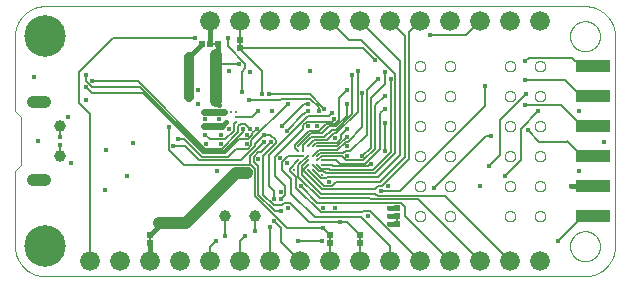
<source format=gbl>
G75*
%MOIN*%
%OFA0B0*%
%FSLAX25Y25*%
%IPPOS*%
%LPD*%
%AMOC8*
5,1,8,0,0,1.08239X$1,22.5*
%
%ADD10C,0.00000*%
%ADD11C,0.13843*%
%ADD12C,0.06600*%
%ADD13R,0.11811X0.03937*%
%ADD14C,0.03937*%
%ADD15R,0.01969X0.01969*%
%ADD16R,0.00787X0.01575*%
%ADD17R,0.01575X0.00787*%
%ADD18C,0.04000*%
%ADD19C,0.01551*%
%ADD20C,0.00945*%
%ADD21C,0.01600*%
%ADD22C,0.00500*%
%ADD23C,0.03200*%
%ADD24C,0.02400*%
D10*
X0044595Y0120262D02*
X0224595Y0120262D01*
X0219595Y0130262D02*
X0219597Y0130403D01*
X0219603Y0130544D01*
X0219613Y0130684D01*
X0219627Y0130824D01*
X0219645Y0130964D01*
X0219666Y0131103D01*
X0219692Y0131242D01*
X0219721Y0131380D01*
X0219755Y0131516D01*
X0219792Y0131652D01*
X0219833Y0131787D01*
X0219878Y0131921D01*
X0219927Y0132053D01*
X0219979Y0132184D01*
X0220035Y0132313D01*
X0220095Y0132440D01*
X0220158Y0132566D01*
X0220224Y0132690D01*
X0220295Y0132813D01*
X0220368Y0132933D01*
X0220445Y0133051D01*
X0220525Y0133167D01*
X0220609Y0133280D01*
X0220695Y0133391D01*
X0220785Y0133500D01*
X0220878Y0133606D01*
X0220973Y0133709D01*
X0221072Y0133810D01*
X0221173Y0133908D01*
X0221277Y0134003D01*
X0221384Y0134095D01*
X0221493Y0134184D01*
X0221605Y0134269D01*
X0221719Y0134352D01*
X0221835Y0134432D01*
X0221954Y0134508D01*
X0222075Y0134580D01*
X0222197Y0134650D01*
X0222322Y0134715D01*
X0222448Y0134778D01*
X0222576Y0134836D01*
X0222706Y0134891D01*
X0222837Y0134943D01*
X0222970Y0134990D01*
X0223104Y0135034D01*
X0223239Y0135075D01*
X0223375Y0135111D01*
X0223512Y0135143D01*
X0223650Y0135172D01*
X0223788Y0135197D01*
X0223928Y0135217D01*
X0224068Y0135234D01*
X0224208Y0135247D01*
X0224349Y0135256D01*
X0224489Y0135261D01*
X0224630Y0135262D01*
X0224771Y0135259D01*
X0224912Y0135252D01*
X0225052Y0135241D01*
X0225192Y0135226D01*
X0225332Y0135207D01*
X0225471Y0135185D01*
X0225609Y0135158D01*
X0225747Y0135128D01*
X0225883Y0135093D01*
X0226019Y0135055D01*
X0226153Y0135013D01*
X0226287Y0134967D01*
X0226419Y0134918D01*
X0226549Y0134864D01*
X0226678Y0134807D01*
X0226805Y0134747D01*
X0226931Y0134683D01*
X0227054Y0134615D01*
X0227176Y0134544D01*
X0227296Y0134470D01*
X0227413Y0134392D01*
X0227528Y0134311D01*
X0227641Y0134227D01*
X0227752Y0134140D01*
X0227860Y0134049D01*
X0227965Y0133956D01*
X0228068Y0133859D01*
X0228168Y0133760D01*
X0228265Y0133658D01*
X0228359Y0133553D01*
X0228450Y0133446D01*
X0228538Y0133336D01*
X0228623Y0133224D01*
X0228705Y0133109D01*
X0228784Y0132992D01*
X0228859Y0132873D01*
X0228931Y0132752D01*
X0228999Y0132629D01*
X0229064Y0132504D01*
X0229126Y0132377D01*
X0229183Y0132248D01*
X0229238Y0132118D01*
X0229288Y0131987D01*
X0229335Y0131854D01*
X0229378Y0131720D01*
X0229417Y0131584D01*
X0229452Y0131448D01*
X0229484Y0131311D01*
X0229511Y0131173D01*
X0229535Y0131034D01*
X0229555Y0130894D01*
X0229571Y0130754D01*
X0229583Y0130614D01*
X0229591Y0130473D01*
X0229595Y0130332D01*
X0229595Y0130192D01*
X0229591Y0130051D01*
X0229583Y0129910D01*
X0229571Y0129770D01*
X0229555Y0129630D01*
X0229535Y0129490D01*
X0229511Y0129351D01*
X0229484Y0129213D01*
X0229452Y0129076D01*
X0229417Y0128940D01*
X0229378Y0128804D01*
X0229335Y0128670D01*
X0229288Y0128537D01*
X0229238Y0128406D01*
X0229183Y0128276D01*
X0229126Y0128147D01*
X0229064Y0128020D01*
X0228999Y0127895D01*
X0228931Y0127772D01*
X0228859Y0127651D01*
X0228784Y0127532D01*
X0228705Y0127415D01*
X0228623Y0127300D01*
X0228538Y0127188D01*
X0228450Y0127078D01*
X0228359Y0126971D01*
X0228265Y0126866D01*
X0228168Y0126764D01*
X0228068Y0126665D01*
X0227965Y0126568D01*
X0227860Y0126475D01*
X0227752Y0126384D01*
X0227641Y0126297D01*
X0227528Y0126213D01*
X0227413Y0126132D01*
X0227296Y0126054D01*
X0227176Y0125980D01*
X0227054Y0125909D01*
X0226931Y0125841D01*
X0226805Y0125777D01*
X0226678Y0125717D01*
X0226549Y0125660D01*
X0226419Y0125606D01*
X0226287Y0125557D01*
X0226153Y0125511D01*
X0226019Y0125469D01*
X0225883Y0125431D01*
X0225747Y0125396D01*
X0225609Y0125366D01*
X0225471Y0125339D01*
X0225332Y0125317D01*
X0225192Y0125298D01*
X0225052Y0125283D01*
X0224912Y0125272D01*
X0224771Y0125265D01*
X0224630Y0125262D01*
X0224489Y0125263D01*
X0224349Y0125268D01*
X0224208Y0125277D01*
X0224068Y0125290D01*
X0223928Y0125307D01*
X0223788Y0125327D01*
X0223650Y0125352D01*
X0223512Y0125381D01*
X0223375Y0125413D01*
X0223239Y0125449D01*
X0223104Y0125490D01*
X0222970Y0125534D01*
X0222837Y0125581D01*
X0222706Y0125633D01*
X0222576Y0125688D01*
X0222448Y0125746D01*
X0222322Y0125809D01*
X0222197Y0125874D01*
X0222075Y0125944D01*
X0221954Y0126016D01*
X0221835Y0126092D01*
X0221719Y0126172D01*
X0221605Y0126255D01*
X0221493Y0126340D01*
X0221384Y0126429D01*
X0221277Y0126521D01*
X0221173Y0126616D01*
X0221072Y0126714D01*
X0220973Y0126815D01*
X0220878Y0126918D01*
X0220785Y0127024D01*
X0220695Y0127133D01*
X0220609Y0127244D01*
X0220525Y0127357D01*
X0220445Y0127473D01*
X0220368Y0127591D01*
X0220295Y0127711D01*
X0220224Y0127834D01*
X0220158Y0127958D01*
X0220095Y0128084D01*
X0220035Y0128211D01*
X0219979Y0128340D01*
X0219927Y0128471D01*
X0219878Y0128603D01*
X0219833Y0128737D01*
X0219792Y0128872D01*
X0219755Y0129008D01*
X0219721Y0129144D01*
X0219692Y0129282D01*
X0219666Y0129421D01*
X0219645Y0129560D01*
X0219627Y0129700D01*
X0219613Y0129840D01*
X0219603Y0129980D01*
X0219597Y0130121D01*
X0219595Y0130262D01*
X0224595Y0120262D02*
X0224837Y0120265D01*
X0225078Y0120274D01*
X0225319Y0120288D01*
X0225560Y0120309D01*
X0225800Y0120335D01*
X0226040Y0120367D01*
X0226279Y0120405D01*
X0226516Y0120448D01*
X0226753Y0120498D01*
X0226988Y0120553D01*
X0227222Y0120613D01*
X0227454Y0120680D01*
X0227685Y0120751D01*
X0227914Y0120829D01*
X0228141Y0120912D01*
X0228366Y0121000D01*
X0228589Y0121094D01*
X0228809Y0121193D01*
X0229027Y0121298D01*
X0229242Y0121407D01*
X0229455Y0121522D01*
X0229665Y0121642D01*
X0229871Y0121767D01*
X0230075Y0121897D01*
X0230276Y0122032D01*
X0230473Y0122172D01*
X0230667Y0122316D01*
X0230857Y0122465D01*
X0231043Y0122619D01*
X0231226Y0122777D01*
X0231405Y0122939D01*
X0231580Y0123106D01*
X0231751Y0123277D01*
X0231918Y0123452D01*
X0232080Y0123631D01*
X0232238Y0123814D01*
X0232392Y0124000D01*
X0232541Y0124190D01*
X0232685Y0124384D01*
X0232825Y0124581D01*
X0232960Y0124782D01*
X0233090Y0124986D01*
X0233215Y0125192D01*
X0233335Y0125402D01*
X0233450Y0125615D01*
X0233559Y0125830D01*
X0233664Y0126048D01*
X0233763Y0126268D01*
X0233857Y0126491D01*
X0233945Y0126716D01*
X0234028Y0126943D01*
X0234106Y0127172D01*
X0234177Y0127403D01*
X0234244Y0127635D01*
X0234304Y0127869D01*
X0234359Y0128104D01*
X0234409Y0128341D01*
X0234452Y0128578D01*
X0234490Y0128817D01*
X0234522Y0129057D01*
X0234548Y0129297D01*
X0234569Y0129538D01*
X0234583Y0129779D01*
X0234592Y0130020D01*
X0234595Y0130262D01*
X0234595Y0200262D01*
X0219595Y0200262D02*
X0219597Y0200403D01*
X0219603Y0200544D01*
X0219613Y0200684D01*
X0219627Y0200824D01*
X0219645Y0200964D01*
X0219666Y0201103D01*
X0219692Y0201242D01*
X0219721Y0201380D01*
X0219755Y0201516D01*
X0219792Y0201652D01*
X0219833Y0201787D01*
X0219878Y0201921D01*
X0219927Y0202053D01*
X0219979Y0202184D01*
X0220035Y0202313D01*
X0220095Y0202440D01*
X0220158Y0202566D01*
X0220224Y0202690D01*
X0220295Y0202813D01*
X0220368Y0202933D01*
X0220445Y0203051D01*
X0220525Y0203167D01*
X0220609Y0203280D01*
X0220695Y0203391D01*
X0220785Y0203500D01*
X0220878Y0203606D01*
X0220973Y0203709D01*
X0221072Y0203810D01*
X0221173Y0203908D01*
X0221277Y0204003D01*
X0221384Y0204095D01*
X0221493Y0204184D01*
X0221605Y0204269D01*
X0221719Y0204352D01*
X0221835Y0204432D01*
X0221954Y0204508D01*
X0222075Y0204580D01*
X0222197Y0204650D01*
X0222322Y0204715D01*
X0222448Y0204778D01*
X0222576Y0204836D01*
X0222706Y0204891D01*
X0222837Y0204943D01*
X0222970Y0204990D01*
X0223104Y0205034D01*
X0223239Y0205075D01*
X0223375Y0205111D01*
X0223512Y0205143D01*
X0223650Y0205172D01*
X0223788Y0205197D01*
X0223928Y0205217D01*
X0224068Y0205234D01*
X0224208Y0205247D01*
X0224349Y0205256D01*
X0224489Y0205261D01*
X0224630Y0205262D01*
X0224771Y0205259D01*
X0224912Y0205252D01*
X0225052Y0205241D01*
X0225192Y0205226D01*
X0225332Y0205207D01*
X0225471Y0205185D01*
X0225609Y0205158D01*
X0225747Y0205128D01*
X0225883Y0205093D01*
X0226019Y0205055D01*
X0226153Y0205013D01*
X0226287Y0204967D01*
X0226419Y0204918D01*
X0226549Y0204864D01*
X0226678Y0204807D01*
X0226805Y0204747D01*
X0226931Y0204683D01*
X0227054Y0204615D01*
X0227176Y0204544D01*
X0227296Y0204470D01*
X0227413Y0204392D01*
X0227528Y0204311D01*
X0227641Y0204227D01*
X0227752Y0204140D01*
X0227860Y0204049D01*
X0227965Y0203956D01*
X0228068Y0203859D01*
X0228168Y0203760D01*
X0228265Y0203658D01*
X0228359Y0203553D01*
X0228450Y0203446D01*
X0228538Y0203336D01*
X0228623Y0203224D01*
X0228705Y0203109D01*
X0228784Y0202992D01*
X0228859Y0202873D01*
X0228931Y0202752D01*
X0228999Y0202629D01*
X0229064Y0202504D01*
X0229126Y0202377D01*
X0229183Y0202248D01*
X0229238Y0202118D01*
X0229288Y0201987D01*
X0229335Y0201854D01*
X0229378Y0201720D01*
X0229417Y0201584D01*
X0229452Y0201448D01*
X0229484Y0201311D01*
X0229511Y0201173D01*
X0229535Y0201034D01*
X0229555Y0200894D01*
X0229571Y0200754D01*
X0229583Y0200614D01*
X0229591Y0200473D01*
X0229595Y0200332D01*
X0229595Y0200192D01*
X0229591Y0200051D01*
X0229583Y0199910D01*
X0229571Y0199770D01*
X0229555Y0199630D01*
X0229535Y0199490D01*
X0229511Y0199351D01*
X0229484Y0199213D01*
X0229452Y0199076D01*
X0229417Y0198940D01*
X0229378Y0198804D01*
X0229335Y0198670D01*
X0229288Y0198537D01*
X0229238Y0198406D01*
X0229183Y0198276D01*
X0229126Y0198147D01*
X0229064Y0198020D01*
X0228999Y0197895D01*
X0228931Y0197772D01*
X0228859Y0197651D01*
X0228784Y0197532D01*
X0228705Y0197415D01*
X0228623Y0197300D01*
X0228538Y0197188D01*
X0228450Y0197078D01*
X0228359Y0196971D01*
X0228265Y0196866D01*
X0228168Y0196764D01*
X0228068Y0196665D01*
X0227965Y0196568D01*
X0227860Y0196475D01*
X0227752Y0196384D01*
X0227641Y0196297D01*
X0227528Y0196213D01*
X0227413Y0196132D01*
X0227296Y0196054D01*
X0227176Y0195980D01*
X0227054Y0195909D01*
X0226931Y0195841D01*
X0226805Y0195777D01*
X0226678Y0195717D01*
X0226549Y0195660D01*
X0226419Y0195606D01*
X0226287Y0195557D01*
X0226153Y0195511D01*
X0226019Y0195469D01*
X0225883Y0195431D01*
X0225747Y0195396D01*
X0225609Y0195366D01*
X0225471Y0195339D01*
X0225332Y0195317D01*
X0225192Y0195298D01*
X0225052Y0195283D01*
X0224912Y0195272D01*
X0224771Y0195265D01*
X0224630Y0195262D01*
X0224489Y0195263D01*
X0224349Y0195268D01*
X0224208Y0195277D01*
X0224068Y0195290D01*
X0223928Y0195307D01*
X0223788Y0195327D01*
X0223650Y0195352D01*
X0223512Y0195381D01*
X0223375Y0195413D01*
X0223239Y0195449D01*
X0223104Y0195490D01*
X0222970Y0195534D01*
X0222837Y0195581D01*
X0222706Y0195633D01*
X0222576Y0195688D01*
X0222448Y0195746D01*
X0222322Y0195809D01*
X0222197Y0195874D01*
X0222075Y0195944D01*
X0221954Y0196016D01*
X0221835Y0196092D01*
X0221719Y0196172D01*
X0221605Y0196255D01*
X0221493Y0196340D01*
X0221384Y0196429D01*
X0221277Y0196521D01*
X0221173Y0196616D01*
X0221072Y0196714D01*
X0220973Y0196815D01*
X0220878Y0196918D01*
X0220785Y0197024D01*
X0220695Y0197133D01*
X0220609Y0197244D01*
X0220525Y0197357D01*
X0220445Y0197473D01*
X0220368Y0197591D01*
X0220295Y0197711D01*
X0220224Y0197834D01*
X0220158Y0197958D01*
X0220095Y0198084D01*
X0220035Y0198211D01*
X0219979Y0198340D01*
X0219927Y0198471D01*
X0219878Y0198603D01*
X0219833Y0198737D01*
X0219792Y0198872D01*
X0219755Y0199008D01*
X0219721Y0199144D01*
X0219692Y0199282D01*
X0219666Y0199421D01*
X0219645Y0199560D01*
X0219627Y0199700D01*
X0219613Y0199840D01*
X0219603Y0199980D01*
X0219597Y0200121D01*
X0219595Y0200262D01*
X0224595Y0210262D02*
X0224837Y0210259D01*
X0225078Y0210250D01*
X0225319Y0210236D01*
X0225560Y0210215D01*
X0225800Y0210189D01*
X0226040Y0210157D01*
X0226279Y0210119D01*
X0226516Y0210076D01*
X0226753Y0210026D01*
X0226988Y0209971D01*
X0227222Y0209911D01*
X0227454Y0209844D01*
X0227685Y0209773D01*
X0227914Y0209695D01*
X0228141Y0209612D01*
X0228366Y0209524D01*
X0228589Y0209430D01*
X0228809Y0209331D01*
X0229027Y0209226D01*
X0229242Y0209117D01*
X0229455Y0209002D01*
X0229665Y0208882D01*
X0229871Y0208757D01*
X0230075Y0208627D01*
X0230276Y0208492D01*
X0230473Y0208352D01*
X0230667Y0208208D01*
X0230857Y0208059D01*
X0231043Y0207905D01*
X0231226Y0207747D01*
X0231405Y0207585D01*
X0231580Y0207418D01*
X0231751Y0207247D01*
X0231918Y0207072D01*
X0232080Y0206893D01*
X0232238Y0206710D01*
X0232392Y0206524D01*
X0232541Y0206334D01*
X0232685Y0206140D01*
X0232825Y0205943D01*
X0232960Y0205742D01*
X0233090Y0205538D01*
X0233215Y0205332D01*
X0233335Y0205122D01*
X0233450Y0204909D01*
X0233559Y0204694D01*
X0233664Y0204476D01*
X0233763Y0204256D01*
X0233857Y0204033D01*
X0233945Y0203808D01*
X0234028Y0203581D01*
X0234106Y0203352D01*
X0234177Y0203121D01*
X0234244Y0202889D01*
X0234304Y0202655D01*
X0234359Y0202420D01*
X0234409Y0202183D01*
X0234452Y0201946D01*
X0234490Y0201707D01*
X0234522Y0201467D01*
X0234548Y0201227D01*
X0234569Y0200986D01*
X0234583Y0200745D01*
X0234592Y0200504D01*
X0234595Y0200262D01*
X0224595Y0210262D02*
X0044595Y0210262D01*
X0044353Y0210259D01*
X0044112Y0210250D01*
X0043871Y0210236D01*
X0043630Y0210215D01*
X0043390Y0210189D01*
X0043150Y0210157D01*
X0042911Y0210119D01*
X0042674Y0210076D01*
X0042437Y0210026D01*
X0042202Y0209971D01*
X0041968Y0209911D01*
X0041736Y0209844D01*
X0041505Y0209773D01*
X0041276Y0209695D01*
X0041049Y0209612D01*
X0040824Y0209524D01*
X0040601Y0209430D01*
X0040381Y0209331D01*
X0040163Y0209226D01*
X0039948Y0209117D01*
X0039735Y0209002D01*
X0039525Y0208882D01*
X0039319Y0208757D01*
X0039115Y0208627D01*
X0038914Y0208492D01*
X0038717Y0208352D01*
X0038523Y0208208D01*
X0038333Y0208059D01*
X0038147Y0207905D01*
X0037964Y0207747D01*
X0037785Y0207585D01*
X0037610Y0207418D01*
X0037439Y0207247D01*
X0037272Y0207072D01*
X0037110Y0206893D01*
X0036952Y0206710D01*
X0036798Y0206524D01*
X0036649Y0206334D01*
X0036505Y0206140D01*
X0036365Y0205943D01*
X0036230Y0205742D01*
X0036100Y0205538D01*
X0035975Y0205332D01*
X0035855Y0205122D01*
X0035740Y0204909D01*
X0035631Y0204694D01*
X0035526Y0204476D01*
X0035427Y0204256D01*
X0035333Y0204033D01*
X0035245Y0203808D01*
X0035162Y0203581D01*
X0035084Y0203352D01*
X0035013Y0203121D01*
X0034946Y0202889D01*
X0034886Y0202655D01*
X0034831Y0202420D01*
X0034781Y0202183D01*
X0034738Y0201946D01*
X0034700Y0201707D01*
X0034668Y0201467D01*
X0034642Y0201227D01*
X0034621Y0200986D01*
X0034607Y0200745D01*
X0034598Y0200504D01*
X0034595Y0200262D01*
X0034595Y0175262D01*
X0036595Y0173262D01*
X0036595Y0157262D01*
X0034595Y0155262D01*
X0034595Y0130262D01*
X0034598Y0130020D01*
X0034607Y0129779D01*
X0034621Y0129538D01*
X0034642Y0129297D01*
X0034668Y0129057D01*
X0034700Y0128817D01*
X0034738Y0128578D01*
X0034781Y0128341D01*
X0034831Y0128104D01*
X0034886Y0127869D01*
X0034946Y0127635D01*
X0035013Y0127403D01*
X0035084Y0127172D01*
X0035162Y0126943D01*
X0035245Y0126716D01*
X0035333Y0126491D01*
X0035427Y0126268D01*
X0035526Y0126048D01*
X0035631Y0125830D01*
X0035740Y0125615D01*
X0035855Y0125402D01*
X0035975Y0125192D01*
X0036100Y0124986D01*
X0036230Y0124782D01*
X0036365Y0124581D01*
X0036505Y0124384D01*
X0036649Y0124190D01*
X0036798Y0124000D01*
X0036952Y0123814D01*
X0037110Y0123631D01*
X0037272Y0123452D01*
X0037439Y0123277D01*
X0037610Y0123106D01*
X0037785Y0122939D01*
X0037964Y0122777D01*
X0038147Y0122619D01*
X0038333Y0122465D01*
X0038523Y0122316D01*
X0038717Y0122172D01*
X0038914Y0122032D01*
X0039115Y0121897D01*
X0039319Y0121767D01*
X0039525Y0121642D01*
X0039735Y0121522D01*
X0039948Y0121407D01*
X0040163Y0121298D01*
X0040381Y0121193D01*
X0040601Y0121094D01*
X0040824Y0121000D01*
X0041049Y0120912D01*
X0041276Y0120829D01*
X0041505Y0120751D01*
X0041736Y0120680D01*
X0041968Y0120613D01*
X0042202Y0120553D01*
X0042437Y0120498D01*
X0042674Y0120448D01*
X0042911Y0120405D01*
X0043150Y0120367D01*
X0043390Y0120335D01*
X0043630Y0120309D01*
X0043871Y0120288D01*
X0044112Y0120274D01*
X0044353Y0120265D01*
X0044595Y0120262D01*
X0167845Y0140262D02*
X0167847Y0140345D01*
X0167853Y0140428D01*
X0167863Y0140511D01*
X0167877Y0140593D01*
X0167894Y0140675D01*
X0167916Y0140755D01*
X0167941Y0140834D01*
X0167970Y0140912D01*
X0168003Y0140989D01*
X0168040Y0141064D01*
X0168079Y0141137D01*
X0168123Y0141208D01*
X0168169Y0141277D01*
X0168219Y0141344D01*
X0168272Y0141408D01*
X0168328Y0141470D01*
X0168387Y0141529D01*
X0168449Y0141585D01*
X0168513Y0141638D01*
X0168580Y0141688D01*
X0168649Y0141734D01*
X0168720Y0141778D01*
X0168793Y0141817D01*
X0168868Y0141854D01*
X0168945Y0141887D01*
X0169023Y0141916D01*
X0169102Y0141941D01*
X0169182Y0141963D01*
X0169264Y0141980D01*
X0169346Y0141994D01*
X0169429Y0142004D01*
X0169512Y0142010D01*
X0169595Y0142012D01*
X0169678Y0142010D01*
X0169761Y0142004D01*
X0169844Y0141994D01*
X0169926Y0141980D01*
X0170008Y0141963D01*
X0170088Y0141941D01*
X0170167Y0141916D01*
X0170245Y0141887D01*
X0170322Y0141854D01*
X0170397Y0141817D01*
X0170470Y0141778D01*
X0170541Y0141734D01*
X0170610Y0141688D01*
X0170677Y0141638D01*
X0170741Y0141585D01*
X0170803Y0141529D01*
X0170862Y0141470D01*
X0170918Y0141408D01*
X0170971Y0141344D01*
X0171021Y0141277D01*
X0171067Y0141208D01*
X0171111Y0141137D01*
X0171150Y0141064D01*
X0171187Y0140989D01*
X0171220Y0140912D01*
X0171249Y0140834D01*
X0171274Y0140755D01*
X0171296Y0140675D01*
X0171313Y0140593D01*
X0171327Y0140511D01*
X0171337Y0140428D01*
X0171343Y0140345D01*
X0171345Y0140262D01*
X0171343Y0140179D01*
X0171337Y0140096D01*
X0171327Y0140013D01*
X0171313Y0139931D01*
X0171296Y0139849D01*
X0171274Y0139769D01*
X0171249Y0139690D01*
X0171220Y0139612D01*
X0171187Y0139535D01*
X0171150Y0139460D01*
X0171111Y0139387D01*
X0171067Y0139316D01*
X0171021Y0139247D01*
X0170971Y0139180D01*
X0170918Y0139116D01*
X0170862Y0139054D01*
X0170803Y0138995D01*
X0170741Y0138939D01*
X0170677Y0138886D01*
X0170610Y0138836D01*
X0170541Y0138790D01*
X0170470Y0138746D01*
X0170397Y0138707D01*
X0170322Y0138670D01*
X0170245Y0138637D01*
X0170167Y0138608D01*
X0170088Y0138583D01*
X0170008Y0138561D01*
X0169926Y0138544D01*
X0169844Y0138530D01*
X0169761Y0138520D01*
X0169678Y0138514D01*
X0169595Y0138512D01*
X0169512Y0138514D01*
X0169429Y0138520D01*
X0169346Y0138530D01*
X0169264Y0138544D01*
X0169182Y0138561D01*
X0169102Y0138583D01*
X0169023Y0138608D01*
X0168945Y0138637D01*
X0168868Y0138670D01*
X0168793Y0138707D01*
X0168720Y0138746D01*
X0168649Y0138790D01*
X0168580Y0138836D01*
X0168513Y0138886D01*
X0168449Y0138939D01*
X0168387Y0138995D01*
X0168328Y0139054D01*
X0168272Y0139116D01*
X0168219Y0139180D01*
X0168169Y0139247D01*
X0168123Y0139316D01*
X0168079Y0139387D01*
X0168040Y0139460D01*
X0168003Y0139535D01*
X0167970Y0139612D01*
X0167941Y0139690D01*
X0167916Y0139769D01*
X0167894Y0139849D01*
X0167877Y0139931D01*
X0167863Y0140013D01*
X0167853Y0140096D01*
X0167847Y0140179D01*
X0167845Y0140262D01*
X0177845Y0140262D02*
X0177847Y0140345D01*
X0177853Y0140428D01*
X0177863Y0140511D01*
X0177877Y0140593D01*
X0177894Y0140675D01*
X0177916Y0140755D01*
X0177941Y0140834D01*
X0177970Y0140912D01*
X0178003Y0140989D01*
X0178040Y0141064D01*
X0178079Y0141137D01*
X0178123Y0141208D01*
X0178169Y0141277D01*
X0178219Y0141344D01*
X0178272Y0141408D01*
X0178328Y0141470D01*
X0178387Y0141529D01*
X0178449Y0141585D01*
X0178513Y0141638D01*
X0178580Y0141688D01*
X0178649Y0141734D01*
X0178720Y0141778D01*
X0178793Y0141817D01*
X0178868Y0141854D01*
X0178945Y0141887D01*
X0179023Y0141916D01*
X0179102Y0141941D01*
X0179182Y0141963D01*
X0179264Y0141980D01*
X0179346Y0141994D01*
X0179429Y0142004D01*
X0179512Y0142010D01*
X0179595Y0142012D01*
X0179678Y0142010D01*
X0179761Y0142004D01*
X0179844Y0141994D01*
X0179926Y0141980D01*
X0180008Y0141963D01*
X0180088Y0141941D01*
X0180167Y0141916D01*
X0180245Y0141887D01*
X0180322Y0141854D01*
X0180397Y0141817D01*
X0180470Y0141778D01*
X0180541Y0141734D01*
X0180610Y0141688D01*
X0180677Y0141638D01*
X0180741Y0141585D01*
X0180803Y0141529D01*
X0180862Y0141470D01*
X0180918Y0141408D01*
X0180971Y0141344D01*
X0181021Y0141277D01*
X0181067Y0141208D01*
X0181111Y0141137D01*
X0181150Y0141064D01*
X0181187Y0140989D01*
X0181220Y0140912D01*
X0181249Y0140834D01*
X0181274Y0140755D01*
X0181296Y0140675D01*
X0181313Y0140593D01*
X0181327Y0140511D01*
X0181337Y0140428D01*
X0181343Y0140345D01*
X0181345Y0140262D01*
X0181343Y0140179D01*
X0181337Y0140096D01*
X0181327Y0140013D01*
X0181313Y0139931D01*
X0181296Y0139849D01*
X0181274Y0139769D01*
X0181249Y0139690D01*
X0181220Y0139612D01*
X0181187Y0139535D01*
X0181150Y0139460D01*
X0181111Y0139387D01*
X0181067Y0139316D01*
X0181021Y0139247D01*
X0180971Y0139180D01*
X0180918Y0139116D01*
X0180862Y0139054D01*
X0180803Y0138995D01*
X0180741Y0138939D01*
X0180677Y0138886D01*
X0180610Y0138836D01*
X0180541Y0138790D01*
X0180470Y0138746D01*
X0180397Y0138707D01*
X0180322Y0138670D01*
X0180245Y0138637D01*
X0180167Y0138608D01*
X0180088Y0138583D01*
X0180008Y0138561D01*
X0179926Y0138544D01*
X0179844Y0138530D01*
X0179761Y0138520D01*
X0179678Y0138514D01*
X0179595Y0138512D01*
X0179512Y0138514D01*
X0179429Y0138520D01*
X0179346Y0138530D01*
X0179264Y0138544D01*
X0179182Y0138561D01*
X0179102Y0138583D01*
X0179023Y0138608D01*
X0178945Y0138637D01*
X0178868Y0138670D01*
X0178793Y0138707D01*
X0178720Y0138746D01*
X0178649Y0138790D01*
X0178580Y0138836D01*
X0178513Y0138886D01*
X0178449Y0138939D01*
X0178387Y0138995D01*
X0178328Y0139054D01*
X0178272Y0139116D01*
X0178219Y0139180D01*
X0178169Y0139247D01*
X0178123Y0139316D01*
X0178079Y0139387D01*
X0178040Y0139460D01*
X0178003Y0139535D01*
X0177970Y0139612D01*
X0177941Y0139690D01*
X0177916Y0139769D01*
X0177894Y0139849D01*
X0177877Y0139931D01*
X0177863Y0140013D01*
X0177853Y0140096D01*
X0177847Y0140179D01*
X0177845Y0140262D01*
X0177845Y0150262D02*
X0177847Y0150345D01*
X0177853Y0150428D01*
X0177863Y0150511D01*
X0177877Y0150593D01*
X0177894Y0150675D01*
X0177916Y0150755D01*
X0177941Y0150834D01*
X0177970Y0150912D01*
X0178003Y0150989D01*
X0178040Y0151064D01*
X0178079Y0151137D01*
X0178123Y0151208D01*
X0178169Y0151277D01*
X0178219Y0151344D01*
X0178272Y0151408D01*
X0178328Y0151470D01*
X0178387Y0151529D01*
X0178449Y0151585D01*
X0178513Y0151638D01*
X0178580Y0151688D01*
X0178649Y0151734D01*
X0178720Y0151778D01*
X0178793Y0151817D01*
X0178868Y0151854D01*
X0178945Y0151887D01*
X0179023Y0151916D01*
X0179102Y0151941D01*
X0179182Y0151963D01*
X0179264Y0151980D01*
X0179346Y0151994D01*
X0179429Y0152004D01*
X0179512Y0152010D01*
X0179595Y0152012D01*
X0179678Y0152010D01*
X0179761Y0152004D01*
X0179844Y0151994D01*
X0179926Y0151980D01*
X0180008Y0151963D01*
X0180088Y0151941D01*
X0180167Y0151916D01*
X0180245Y0151887D01*
X0180322Y0151854D01*
X0180397Y0151817D01*
X0180470Y0151778D01*
X0180541Y0151734D01*
X0180610Y0151688D01*
X0180677Y0151638D01*
X0180741Y0151585D01*
X0180803Y0151529D01*
X0180862Y0151470D01*
X0180918Y0151408D01*
X0180971Y0151344D01*
X0181021Y0151277D01*
X0181067Y0151208D01*
X0181111Y0151137D01*
X0181150Y0151064D01*
X0181187Y0150989D01*
X0181220Y0150912D01*
X0181249Y0150834D01*
X0181274Y0150755D01*
X0181296Y0150675D01*
X0181313Y0150593D01*
X0181327Y0150511D01*
X0181337Y0150428D01*
X0181343Y0150345D01*
X0181345Y0150262D01*
X0181343Y0150179D01*
X0181337Y0150096D01*
X0181327Y0150013D01*
X0181313Y0149931D01*
X0181296Y0149849D01*
X0181274Y0149769D01*
X0181249Y0149690D01*
X0181220Y0149612D01*
X0181187Y0149535D01*
X0181150Y0149460D01*
X0181111Y0149387D01*
X0181067Y0149316D01*
X0181021Y0149247D01*
X0180971Y0149180D01*
X0180918Y0149116D01*
X0180862Y0149054D01*
X0180803Y0148995D01*
X0180741Y0148939D01*
X0180677Y0148886D01*
X0180610Y0148836D01*
X0180541Y0148790D01*
X0180470Y0148746D01*
X0180397Y0148707D01*
X0180322Y0148670D01*
X0180245Y0148637D01*
X0180167Y0148608D01*
X0180088Y0148583D01*
X0180008Y0148561D01*
X0179926Y0148544D01*
X0179844Y0148530D01*
X0179761Y0148520D01*
X0179678Y0148514D01*
X0179595Y0148512D01*
X0179512Y0148514D01*
X0179429Y0148520D01*
X0179346Y0148530D01*
X0179264Y0148544D01*
X0179182Y0148561D01*
X0179102Y0148583D01*
X0179023Y0148608D01*
X0178945Y0148637D01*
X0178868Y0148670D01*
X0178793Y0148707D01*
X0178720Y0148746D01*
X0178649Y0148790D01*
X0178580Y0148836D01*
X0178513Y0148886D01*
X0178449Y0148939D01*
X0178387Y0148995D01*
X0178328Y0149054D01*
X0178272Y0149116D01*
X0178219Y0149180D01*
X0178169Y0149247D01*
X0178123Y0149316D01*
X0178079Y0149387D01*
X0178040Y0149460D01*
X0178003Y0149535D01*
X0177970Y0149612D01*
X0177941Y0149690D01*
X0177916Y0149769D01*
X0177894Y0149849D01*
X0177877Y0149931D01*
X0177863Y0150013D01*
X0177853Y0150096D01*
X0177847Y0150179D01*
X0177845Y0150262D01*
X0167845Y0150262D02*
X0167847Y0150345D01*
X0167853Y0150428D01*
X0167863Y0150511D01*
X0167877Y0150593D01*
X0167894Y0150675D01*
X0167916Y0150755D01*
X0167941Y0150834D01*
X0167970Y0150912D01*
X0168003Y0150989D01*
X0168040Y0151064D01*
X0168079Y0151137D01*
X0168123Y0151208D01*
X0168169Y0151277D01*
X0168219Y0151344D01*
X0168272Y0151408D01*
X0168328Y0151470D01*
X0168387Y0151529D01*
X0168449Y0151585D01*
X0168513Y0151638D01*
X0168580Y0151688D01*
X0168649Y0151734D01*
X0168720Y0151778D01*
X0168793Y0151817D01*
X0168868Y0151854D01*
X0168945Y0151887D01*
X0169023Y0151916D01*
X0169102Y0151941D01*
X0169182Y0151963D01*
X0169264Y0151980D01*
X0169346Y0151994D01*
X0169429Y0152004D01*
X0169512Y0152010D01*
X0169595Y0152012D01*
X0169678Y0152010D01*
X0169761Y0152004D01*
X0169844Y0151994D01*
X0169926Y0151980D01*
X0170008Y0151963D01*
X0170088Y0151941D01*
X0170167Y0151916D01*
X0170245Y0151887D01*
X0170322Y0151854D01*
X0170397Y0151817D01*
X0170470Y0151778D01*
X0170541Y0151734D01*
X0170610Y0151688D01*
X0170677Y0151638D01*
X0170741Y0151585D01*
X0170803Y0151529D01*
X0170862Y0151470D01*
X0170918Y0151408D01*
X0170971Y0151344D01*
X0171021Y0151277D01*
X0171067Y0151208D01*
X0171111Y0151137D01*
X0171150Y0151064D01*
X0171187Y0150989D01*
X0171220Y0150912D01*
X0171249Y0150834D01*
X0171274Y0150755D01*
X0171296Y0150675D01*
X0171313Y0150593D01*
X0171327Y0150511D01*
X0171337Y0150428D01*
X0171343Y0150345D01*
X0171345Y0150262D01*
X0171343Y0150179D01*
X0171337Y0150096D01*
X0171327Y0150013D01*
X0171313Y0149931D01*
X0171296Y0149849D01*
X0171274Y0149769D01*
X0171249Y0149690D01*
X0171220Y0149612D01*
X0171187Y0149535D01*
X0171150Y0149460D01*
X0171111Y0149387D01*
X0171067Y0149316D01*
X0171021Y0149247D01*
X0170971Y0149180D01*
X0170918Y0149116D01*
X0170862Y0149054D01*
X0170803Y0148995D01*
X0170741Y0148939D01*
X0170677Y0148886D01*
X0170610Y0148836D01*
X0170541Y0148790D01*
X0170470Y0148746D01*
X0170397Y0148707D01*
X0170322Y0148670D01*
X0170245Y0148637D01*
X0170167Y0148608D01*
X0170088Y0148583D01*
X0170008Y0148561D01*
X0169926Y0148544D01*
X0169844Y0148530D01*
X0169761Y0148520D01*
X0169678Y0148514D01*
X0169595Y0148512D01*
X0169512Y0148514D01*
X0169429Y0148520D01*
X0169346Y0148530D01*
X0169264Y0148544D01*
X0169182Y0148561D01*
X0169102Y0148583D01*
X0169023Y0148608D01*
X0168945Y0148637D01*
X0168868Y0148670D01*
X0168793Y0148707D01*
X0168720Y0148746D01*
X0168649Y0148790D01*
X0168580Y0148836D01*
X0168513Y0148886D01*
X0168449Y0148939D01*
X0168387Y0148995D01*
X0168328Y0149054D01*
X0168272Y0149116D01*
X0168219Y0149180D01*
X0168169Y0149247D01*
X0168123Y0149316D01*
X0168079Y0149387D01*
X0168040Y0149460D01*
X0168003Y0149535D01*
X0167970Y0149612D01*
X0167941Y0149690D01*
X0167916Y0149769D01*
X0167894Y0149849D01*
X0167877Y0149931D01*
X0167863Y0150013D01*
X0167853Y0150096D01*
X0167847Y0150179D01*
X0167845Y0150262D01*
X0167845Y0160262D02*
X0167847Y0160345D01*
X0167853Y0160428D01*
X0167863Y0160511D01*
X0167877Y0160593D01*
X0167894Y0160675D01*
X0167916Y0160755D01*
X0167941Y0160834D01*
X0167970Y0160912D01*
X0168003Y0160989D01*
X0168040Y0161064D01*
X0168079Y0161137D01*
X0168123Y0161208D01*
X0168169Y0161277D01*
X0168219Y0161344D01*
X0168272Y0161408D01*
X0168328Y0161470D01*
X0168387Y0161529D01*
X0168449Y0161585D01*
X0168513Y0161638D01*
X0168580Y0161688D01*
X0168649Y0161734D01*
X0168720Y0161778D01*
X0168793Y0161817D01*
X0168868Y0161854D01*
X0168945Y0161887D01*
X0169023Y0161916D01*
X0169102Y0161941D01*
X0169182Y0161963D01*
X0169264Y0161980D01*
X0169346Y0161994D01*
X0169429Y0162004D01*
X0169512Y0162010D01*
X0169595Y0162012D01*
X0169678Y0162010D01*
X0169761Y0162004D01*
X0169844Y0161994D01*
X0169926Y0161980D01*
X0170008Y0161963D01*
X0170088Y0161941D01*
X0170167Y0161916D01*
X0170245Y0161887D01*
X0170322Y0161854D01*
X0170397Y0161817D01*
X0170470Y0161778D01*
X0170541Y0161734D01*
X0170610Y0161688D01*
X0170677Y0161638D01*
X0170741Y0161585D01*
X0170803Y0161529D01*
X0170862Y0161470D01*
X0170918Y0161408D01*
X0170971Y0161344D01*
X0171021Y0161277D01*
X0171067Y0161208D01*
X0171111Y0161137D01*
X0171150Y0161064D01*
X0171187Y0160989D01*
X0171220Y0160912D01*
X0171249Y0160834D01*
X0171274Y0160755D01*
X0171296Y0160675D01*
X0171313Y0160593D01*
X0171327Y0160511D01*
X0171337Y0160428D01*
X0171343Y0160345D01*
X0171345Y0160262D01*
X0171343Y0160179D01*
X0171337Y0160096D01*
X0171327Y0160013D01*
X0171313Y0159931D01*
X0171296Y0159849D01*
X0171274Y0159769D01*
X0171249Y0159690D01*
X0171220Y0159612D01*
X0171187Y0159535D01*
X0171150Y0159460D01*
X0171111Y0159387D01*
X0171067Y0159316D01*
X0171021Y0159247D01*
X0170971Y0159180D01*
X0170918Y0159116D01*
X0170862Y0159054D01*
X0170803Y0158995D01*
X0170741Y0158939D01*
X0170677Y0158886D01*
X0170610Y0158836D01*
X0170541Y0158790D01*
X0170470Y0158746D01*
X0170397Y0158707D01*
X0170322Y0158670D01*
X0170245Y0158637D01*
X0170167Y0158608D01*
X0170088Y0158583D01*
X0170008Y0158561D01*
X0169926Y0158544D01*
X0169844Y0158530D01*
X0169761Y0158520D01*
X0169678Y0158514D01*
X0169595Y0158512D01*
X0169512Y0158514D01*
X0169429Y0158520D01*
X0169346Y0158530D01*
X0169264Y0158544D01*
X0169182Y0158561D01*
X0169102Y0158583D01*
X0169023Y0158608D01*
X0168945Y0158637D01*
X0168868Y0158670D01*
X0168793Y0158707D01*
X0168720Y0158746D01*
X0168649Y0158790D01*
X0168580Y0158836D01*
X0168513Y0158886D01*
X0168449Y0158939D01*
X0168387Y0158995D01*
X0168328Y0159054D01*
X0168272Y0159116D01*
X0168219Y0159180D01*
X0168169Y0159247D01*
X0168123Y0159316D01*
X0168079Y0159387D01*
X0168040Y0159460D01*
X0168003Y0159535D01*
X0167970Y0159612D01*
X0167941Y0159690D01*
X0167916Y0159769D01*
X0167894Y0159849D01*
X0167877Y0159931D01*
X0167863Y0160013D01*
X0167853Y0160096D01*
X0167847Y0160179D01*
X0167845Y0160262D01*
X0177845Y0160262D02*
X0177847Y0160345D01*
X0177853Y0160428D01*
X0177863Y0160511D01*
X0177877Y0160593D01*
X0177894Y0160675D01*
X0177916Y0160755D01*
X0177941Y0160834D01*
X0177970Y0160912D01*
X0178003Y0160989D01*
X0178040Y0161064D01*
X0178079Y0161137D01*
X0178123Y0161208D01*
X0178169Y0161277D01*
X0178219Y0161344D01*
X0178272Y0161408D01*
X0178328Y0161470D01*
X0178387Y0161529D01*
X0178449Y0161585D01*
X0178513Y0161638D01*
X0178580Y0161688D01*
X0178649Y0161734D01*
X0178720Y0161778D01*
X0178793Y0161817D01*
X0178868Y0161854D01*
X0178945Y0161887D01*
X0179023Y0161916D01*
X0179102Y0161941D01*
X0179182Y0161963D01*
X0179264Y0161980D01*
X0179346Y0161994D01*
X0179429Y0162004D01*
X0179512Y0162010D01*
X0179595Y0162012D01*
X0179678Y0162010D01*
X0179761Y0162004D01*
X0179844Y0161994D01*
X0179926Y0161980D01*
X0180008Y0161963D01*
X0180088Y0161941D01*
X0180167Y0161916D01*
X0180245Y0161887D01*
X0180322Y0161854D01*
X0180397Y0161817D01*
X0180470Y0161778D01*
X0180541Y0161734D01*
X0180610Y0161688D01*
X0180677Y0161638D01*
X0180741Y0161585D01*
X0180803Y0161529D01*
X0180862Y0161470D01*
X0180918Y0161408D01*
X0180971Y0161344D01*
X0181021Y0161277D01*
X0181067Y0161208D01*
X0181111Y0161137D01*
X0181150Y0161064D01*
X0181187Y0160989D01*
X0181220Y0160912D01*
X0181249Y0160834D01*
X0181274Y0160755D01*
X0181296Y0160675D01*
X0181313Y0160593D01*
X0181327Y0160511D01*
X0181337Y0160428D01*
X0181343Y0160345D01*
X0181345Y0160262D01*
X0181343Y0160179D01*
X0181337Y0160096D01*
X0181327Y0160013D01*
X0181313Y0159931D01*
X0181296Y0159849D01*
X0181274Y0159769D01*
X0181249Y0159690D01*
X0181220Y0159612D01*
X0181187Y0159535D01*
X0181150Y0159460D01*
X0181111Y0159387D01*
X0181067Y0159316D01*
X0181021Y0159247D01*
X0180971Y0159180D01*
X0180918Y0159116D01*
X0180862Y0159054D01*
X0180803Y0158995D01*
X0180741Y0158939D01*
X0180677Y0158886D01*
X0180610Y0158836D01*
X0180541Y0158790D01*
X0180470Y0158746D01*
X0180397Y0158707D01*
X0180322Y0158670D01*
X0180245Y0158637D01*
X0180167Y0158608D01*
X0180088Y0158583D01*
X0180008Y0158561D01*
X0179926Y0158544D01*
X0179844Y0158530D01*
X0179761Y0158520D01*
X0179678Y0158514D01*
X0179595Y0158512D01*
X0179512Y0158514D01*
X0179429Y0158520D01*
X0179346Y0158530D01*
X0179264Y0158544D01*
X0179182Y0158561D01*
X0179102Y0158583D01*
X0179023Y0158608D01*
X0178945Y0158637D01*
X0178868Y0158670D01*
X0178793Y0158707D01*
X0178720Y0158746D01*
X0178649Y0158790D01*
X0178580Y0158836D01*
X0178513Y0158886D01*
X0178449Y0158939D01*
X0178387Y0158995D01*
X0178328Y0159054D01*
X0178272Y0159116D01*
X0178219Y0159180D01*
X0178169Y0159247D01*
X0178123Y0159316D01*
X0178079Y0159387D01*
X0178040Y0159460D01*
X0178003Y0159535D01*
X0177970Y0159612D01*
X0177941Y0159690D01*
X0177916Y0159769D01*
X0177894Y0159849D01*
X0177877Y0159931D01*
X0177863Y0160013D01*
X0177853Y0160096D01*
X0177847Y0160179D01*
X0177845Y0160262D01*
X0177845Y0170262D02*
X0177847Y0170345D01*
X0177853Y0170428D01*
X0177863Y0170511D01*
X0177877Y0170593D01*
X0177894Y0170675D01*
X0177916Y0170755D01*
X0177941Y0170834D01*
X0177970Y0170912D01*
X0178003Y0170989D01*
X0178040Y0171064D01*
X0178079Y0171137D01*
X0178123Y0171208D01*
X0178169Y0171277D01*
X0178219Y0171344D01*
X0178272Y0171408D01*
X0178328Y0171470D01*
X0178387Y0171529D01*
X0178449Y0171585D01*
X0178513Y0171638D01*
X0178580Y0171688D01*
X0178649Y0171734D01*
X0178720Y0171778D01*
X0178793Y0171817D01*
X0178868Y0171854D01*
X0178945Y0171887D01*
X0179023Y0171916D01*
X0179102Y0171941D01*
X0179182Y0171963D01*
X0179264Y0171980D01*
X0179346Y0171994D01*
X0179429Y0172004D01*
X0179512Y0172010D01*
X0179595Y0172012D01*
X0179678Y0172010D01*
X0179761Y0172004D01*
X0179844Y0171994D01*
X0179926Y0171980D01*
X0180008Y0171963D01*
X0180088Y0171941D01*
X0180167Y0171916D01*
X0180245Y0171887D01*
X0180322Y0171854D01*
X0180397Y0171817D01*
X0180470Y0171778D01*
X0180541Y0171734D01*
X0180610Y0171688D01*
X0180677Y0171638D01*
X0180741Y0171585D01*
X0180803Y0171529D01*
X0180862Y0171470D01*
X0180918Y0171408D01*
X0180971Y0171344D01*
X0181021Y0171277D01*
X0181067Y0171208D01*
X0181111Y0171137D01*
X0181150Y0171064D01*
X0181187Y0170989D01*
X0181220Y0170912D01*
X0181249Y0170834D01*
X0181274Y0170755D01*
X0181296Y0170675D01*
X0181313Y0170593D01*
X0181327Y0170511D01*
X0181337Y0170428D01*
X0181343Y0170345D01*
X0181345Y0170262D01*
X0181343Y0170179D01*
X0181337Y0170096D01*
X0181327Y0170013D01*
X0181313Y0169931D01*
X0181296Y0169849D01*
X0181274Y0169769D01*
X0181249Y0169690D01*
X0181220Y0169612D01*
X0181187Y0169535D01*
X0181150Y0169460D01*
X0181111Y0169387D01*
X0181067Y0169316D01*
X0181021Y0169247D01*
X0180971Y0169180D01*
X0180918Y0169116D01*
X0180862Y0169054D01*
X0180803Y0168995D01*
X0180741Y0168939D01*
X0180677Y0168886D01*
X0180610Y0168836D01*
X0180541Y0168790D01*
X0180470Y0168746D01*
X0180397Y0168707D01*
X0180322Y0168670D01*
X0180245Y0168637D01*
X0180167Y0168608D01*
X0180088Y0168583D01*
X0180008Y0168561D01*
X0179926Y0168544D01*
X0179844Y0168530D01*
X0179761Y0168520D01*
X0179678Y0168514D01*
X0179595Y0168512D01*
X0179512Y0168514D01*
X0179429Y0168520D01*
X0179346Y0168530D01*
X0179264Y0168544D01*
X0179182Y0168561D01*
X0179102Y0168583D01*
X0179023Y0168608D01*
X0178945Y0168637D01*
X0178868Y0168670D01*
X0178793Y0168707D01*
X0178720Y0168746D01*
X0178649Y0168790D01*
X0178580Y0168836D01*
X0178513Y0168886D01*
X0178449Y0168939D01*
X0178387Y0168995D01*
X0178328Y0169054D01*
X0178272Y0169116D01*
X0178219Y0169180D01*
X0178169Y0169247D01*
X0178123Y0169316D01*
X0178079Y0169387D01*
X0178040Y0169460D01*
X0178003Y0169535D01*
X0177970Y0169612D01*
X0177941Y0169690D01*
X0177916Y0169769D01*
X0177894Y0169849D01*
X0177877Y0169931D01*
X0177863Y0170013D01*
X0177853Y0170096D01*
X0177847Y0170179D01*
X0177845Y0170262D01*
X0167845Y0170262D02*
X0167847Y0170345D01*
X0167853Y0170428D01*
X0167863Y0170511D01*
X0167877Y0170593D01*
X0167894Y0170675D01*
X0167916Y0170755D01*
X0167941Y0170834D01*
X0167970Y0170912D01*
X0168003Y0170989D01*
X0168040Y0171064D01*
X0168079Y0171137D01*
X0168123Y0171208D01*
X0168169Y0171277D01*
X0168219Y0171344D01*
X0168272Y0171408D01*
X0168328Y0171470D01*
X0168387Y0171529D01*
X0168449Y0171585D01*
X0168513Y0171638D01*
X0168580Y0171688D01*
X0168649Y0171734D01*
X0168720Y0171778D01*
X0168793Y0171817D01*
X0168868Y0171854D01*
X0168945Y0171887D01*
X0169023Y0171916D01*
X0169102Y0171941D01*
X0169182Y0171963D01*
X0169264Y0171980D01*
X0169346Y0171994D01*
X0169429Y0172004D01*
X0169512Y0172010D01*
X0169595Y0172012D01*
X0169678Y0172010D01*
X0169761Y0172004D01*
X0169844Y0171994D01*
X0169926Y0171980D01*
X0170008Y0171963D01*
X0170088Y0171941D01*
X0170167Y0171916D01*
X0170245Y0171887D01*
X0170322Y0171854D01*
X0170397Y0171817D01*
X0170470Y0171778D01*
X0170541Y0171734D01*
X0170610Y0171688D01*
X0170677Y0171638D01*
X0170741Y0171585D01*
X0170803Y0171529D01*
X0170862Y0171470D01*
X0170918Y0171408D01*
X0170971Y0171344D01*
X0171021Y0171277D01*
X0171067Y0171208D01*
X0171111Y0171137D01*
X0171150Y0171064D01*
X0171187Y0170989D01*
X0171220Y0170912D01*
X0171249Y0170834D01*
X0171274Y0170755D01*
X0171296Y0170675D01*
X0171313Y0170593D01*
X0171327Y0170511D01*
X0171337Y0170428D01*
X0171343Y0170345D01*
X0171345Y0170262D01*
X0171343Y0170179D01*
X0171337Y0170096D01*
X0171327Y0170013D01*
X0171313Y0169931D01*
X0171296Y0169849D01*
X0171274Y0169769D01*
X0171249Y0169690D01*
X0171220Y0169612D01*
X0171187Y0169535D01*
X0171150Y0169460D01*
X0171111Y0169387D01*
X0171067Y0169316D01*
X0171021Y0169247D01*
X0170971Y0169180D01*
X0170918Y0169116D01*
X0170862Y0169054D01*
X0170803Y0168995D01*
X0170741Y0168939D01*
X0170677Y0168886D01*
X0170610Y0168836D01*
X0170541Y0168790D01*
X0170470Y0168746D01*
X0170397Y0168707D01*
X0170322Y0168670D01*
X0170245Y0168637D01*
X0170167Y0168608D01*
X0170088Y0168583D01*
X0170008Y0168561D01*
X0169926Y0168544D01*
X0169844Y0168530D01*
X0169761Y0168520D01*
X0169678Y0168514D01*
X0169595Y0168512D01*
X0169512Y0168514D01*
X0169429Y0168520D01*
X0169346Y0168530D01*
X0169264Y0168544D01*
X0169182Y0168561D01*
X0169102Y0168583D01*
X0169023Y0168608D01*
X0168945Y0168637D01*
X0168868Y0168670D01*
X0168793Y0168707D01*
X0168720Y0168746D01*
X0168649Y0168790D01*
X0168580Y0168836D01*
X0168513Y0168886D01*
X0168449Y0168939D01*
X0168387Y0168995D01*
X0168328Y0169054D01*
X0168272Y0169116D01*
X0168219Y0169180D01*
X0168169Y0169247D01*
X0168123Y0169316D01*
X0168079Y0169387D01*
X0168040Y0169460D01*
X0168003Y0169535D01*
X0167970Y0169612D01*
X0167941Y0169690D01*
X0167916Y0169769D01*
X0167894Y0169849D01*
X0167877Y0169931D01*
X0167863Y0170013D01*
X0167853Y0170096D01*
X0167847Y0170179D01*
X0167845Y0170262D01*
X0167845Y0180262D02*
X0167847Y0180345D01*
X0167853Y0180428D01*
X0167863Y0180511D01*
X0167877Y0180593D01*
X0167894Y0180675D01*
X0167916Y0180755D01*
X0167941Y0180834D01*
X0167970Y0180912D01*
X0168003Y0180989D01*
X0168040Y0181064D01*
X0168079Y0181137D01*
X0168123Y0181208D01*
X0168169Y0181277D01*
X0168219Y0181344D01*
X0168272Y0181408D01*
X0168328Y0181470D01*
X0168387Y0181529D01*
X0168449Y0181585D01*
X0168513Y0181638D01*
X0168580Y0181688D01*
X0168649Y0181734D01*
X0168720Y0181778D01*
X0168793Y0181817D01*
X0168868Y0181854D01*
X0168945Y0181887D01*
X0169023Y0181916D01*
X0169102Y0181941D01*
X0169182Y0181963D01*
X0169264Y0181980D01*
X0169346Y0181994D01*
X0169429Y0182004D01*
X0169512Y0182010D01*
X0169595Y0182012D01*
X0169678Y0182010D01*
X0169761Y0182004D01*
X0169844Y0181994D01*
X0169926Y0181980D01*
X0170008Y0181963D01*
X0170088Y0181941D01*
X0170167Y0181916D01*
X0170245Y0181887D01*
X0170322Y0181854D01*
X0170397Y0181817D01*
X0170470Y0181778D01*
X0170541Y0181734D01*
X0170610Y0181688D01*
X0170677Y0181638D01*
X0170741Y0181585D01*
X0170803Y0181529D01*
X0170862Y0181470D01*
X0170918Y0181408D01*
X0170971Y0181344D01*
X0171021Y0181277D01*
X0171067Y0181208D01*
X0171111Y0181137D01*
X0171150Y0181064D01*
X0171187Y0180989D01*
X0171220Y0180912D01*
X0171249Y0180834D01*
X0171274Y0180755D01*
X0171296Y0180675D01*
X0171313Y0180593D01*
X0171327Y0180511D01*
X0171337Y0180428D01*
X0171343Y0180345D01*
X0171345Y0180262D01*
X0171343Y0180179D01*
X0171337Y0180096D01*
X0171327Y0180013D01*
X0171313Y0179931D01*
X0171296Y0179849D01*
X0171274Y0179769D01*
X0171249Y0179690D01*
X0171220Y0179612D01*
X0171187Y0179535D01*
X0171150Y0179460D01*
X0171111Y0179387D01*
X0171067Y0179316D01*
X0171021Y0179247D01*
X0170971Y0179180D01*
X0170918Y0179116D01*
X0170862Y0179054D01*
X0170803Y0178995D01*
X0170741Y0178939D01*
X0170677Y0178886D01*
X0170610Y0178836D01*
X0170541Y0178790D01*
X0170470Y0178746D01*
X0170397Y0178707D01*
X0170322Y0178670D01*
X0170245Y0178637D01*
X0170167Y0178608D01*
X0170088Y0178583D01*
X0170008Y0178561D01*
X0169926Y0178544D01*
X0169844Y0178530D01*
X0169761Y0178520D01*
X0169678Y0178514D01*
X0169595Y0178512D01*
X0169512Y0178514D01*
X0169429Y0178520D01*
X0169346Y0178530D01*
X0169264Y0178544D01*
X0169182Y0178561D01*
X0169102Y0178583D01*
X0169023Y0178608D01*
X0168945Y0178637D01*
X0168868Y0178670D01*
X0168793Y0178707D01*
X0168720Y0178746D01*
X0168649Y0178790D01*
X0168580Y0178836D01*
X0168513Y0178886D01*
X0168449Y0178939D01*
X0168387Y0178995D01*
X0168328Y0179054D01*
X0168272Y0179116D01*
X0168219Y0179180D01*
X0168169Y0179247D01*
X0168123Y0179316D01*
X0168079Y0179387D01*
X0168040Y0179460D01*
X0168003Y0179535D01*
X0167970Y0179612D01*
X0167941Y0179690D01*
X0167916Y0179769D01*
X0167894Y0179849D01*
X0167877Y0179931D01*
X0167863Y0180013D01*
X0167853Y0180096D01*
X0167847Y0180179D01*
X0167845Y0180262D01*
X0177845Y0180262D02*
X0177847Y0180345D01*
X0177853Y0180428D01*
X0177863Y0180511D01*
X0177877Y0180593D01*
X0177894Y0180675D01*
X0177916Y0180755D01*
X0177941Y0180834D01*
X0177970Y0180912D01*
X0178003Y0180989D01*
X0178040Y0181064D01*
X0178079Y0181137D01*
X0178123Y0181208D01*
X0178169Y0181277D01*
X0178219Y0181344D01*
X0178272Y0181408D01*
X0178328Y0181470D01*
X0178387Y0181529D01*
X0178449Y0181585D01*
X0178513Y0181638D01*
X0178580Y0181688D01*
X0178649Y0181734D01*
X0178720Y0181778D01*
X0178793Y0181817D01*
X0178868Y0181854D01*
X0178945Y0181887D01*
X0179023Y0181916D01*
X0179102Y0181941D01*
X0179182Y0181963D01*
X0179264Y0181980D01*
X0179346Y0181994D01*
X0179429Y0182004D01*
X0179512Y0182010D01*
X0179595Y0182012D01*
X0179678Y0182010D01*
X0179761Y0182004D01*
X0179844Y0181994D01*
X0179926Y0181980D01*
X0180008Y0181963D01*
X0180088Y0181941D01*
X0180167Y0181916D01*
X0180245Y0181887D01*
X0180322Y0181854D01*
X0180397Y0181817D01*
X0180470Y0181778D01*
X0180541Y0181734D01*
X0180610Y0181688D01*
X0180677Y0181638D01*
X0180741Y0181585D01*
X0180803Y0181529D01*
X0180862Y0181470D01*
X0180918Y0181408D01*
X0180971Y0181344D01*
X0181021Y0181277D01*
X0181067Y0181208D01*
X0181111Y0181137D01*
X0181150Y0181064D01*
X0181187Y0180989D01*
X0181220Y0180912D01*
X0181249Y0180834D01*
X0181274Y0180755D01*
X0181296Y0180675D01*
X0181313Y0180593D01*
X0181327Y0180511D01*
X0181337Y0180428D01*
X0181343Y0180345D01*
X0181345Y0180262D01*
X0181343Y0180179D01*
X0181337Y0180096D01*
X0181327Y0180013D01*
X0181313Y0179931D01*
X0181296Y0179849D01*
X0181274Y0179769D01*
X0181249Y0179690D01*
X0181220Y0179612D01*
X0181187Y0179535D01*
X0181150Y0179460D01*
X0181111Y0179387D01*
X0181067Y0179316D01*
X0181021Y0179247D01*
X0180971Y0179180D01*
X0180918Y0179116D01*
X0180862Y0179054D01*
X0180803Y0178995D01*
X0180741Y0178939D01*
X0180677Y0178886D01*
X0180610Y0178836D01*
X0180541Y0178790D01*
X0180470Y0178746D01*
X0180397Y0178707D01*
X0180322Y0178670D01*
X0180245Y0178637D01*
X0180167Y0178608D01*
X0180088Y0178583D01*
X0180008Y0178561D01*
X0179926Y0178544D01*
X0179844Y0178530D01*
X0179761Y0178520D01*
X0179678Y0178514D01*
X0179595Y0178512D01*
X0179512Y0178514D01*
X0179429Y0178520D01*
X0179346Y0178530D01*
X0179264Y0178544D01*
X0179182Y0178561D01*
X0179102Y0178583D01*
X0179023Y0178608D01*
X0178945Y0178637D01*
X0178868Y0178670D01*
X0178793Y0178707D01*
X0178720Y0178746D01*
X0178649Y0178790D01*
X0178580Y0178836D01*
X0178513Y0178886D01*
X0178449Y0178939D01*
X0178387Y0178995D01*
X0178328Y0179054D01*
X0178272Y0179116D01*
X0178219Y0179180D01*
X0178169Y0179247D01*
X0178123Y0179316D01*
X0178079Y0179387D01*
X0178040Y0179460D01*
X0178003Y0179535D01*
X0177970Y0179612D01*
X0177941Y0179690D01*
X0177916Y0179769D01*
X0177894Y0179849D01*
X0177877Y0179931D01*
X0177863Y0180013D01*
X0177853Y0180096D01*
X0177847Y0180179D01*
X0177845Y0180262D01*
X0177845Y0190262D02*
X0177847Y0190345D01*
X0177853Y0190428D01*
X0177863Y0190511D01*
X0177877Y0190593D01*
X0177894Y0190675D01*
X0177916Y0190755D01*
X0177941Y0190834D01*
X0177970Y0190912D01*
X0178003Y0190989D01*
X0178040Y0191064D01*
X0178079Y0191137D01*
X0178123Y0191208D01*
X0178169Y0191277D01*
X0178219Y0191344D01*
X0178272Y0191408D01*
X0178328Y0191470D01*
X0178387Y0191529D01*
X0178449Y0191585D01*
X0178513Y0191638D01*
X0178580Y0191688D01*
X0178649Y0191734D01*
X0178720Y0191778D01*
X0178793Y0191817D01*
X0178868Y0191854D01*
X0178945Y0191887D01*
X0179023Y0191916D01*
X0179102Y0191941D01*
X0179182Y0191963D01*
X0179264Y0191980D01*
X0179346Y0191994D01*
X0179429Y0192004D01*
X0179512Y0192010D01*
X0179595Y0192012D01*
X0179678Y0192010D01*
X0179761Y0192004D01*
X0179844Y0191994D01*
X0179926Y0191980D01*
X0180008Y0191963D01*
X0180088Y0191941D01*
X0180167Y0191916D01*
X0180245Y0191887D01*
X0180322Y0191854D01*
X0180397Y0191817D01*
X0180470Y0191778D01*
X0180541Y0191734D01*
X0180610Y0191688D01*
X0180677Y0191638D01*
X0180741Y0191585D01*
X0180803Y0191529D01*
X0180862Y0191470D01*
X0180918Y0191408D01*
X0180971Y0191344D01*
X0181021Y0191277D01*
X0181067Y0191208D01*
X0181111Y0191137D01*
X0181150Y0191064D01*
X0181187Y0190989D01*
X0181220Y0190912D01*
X0181249Y0190834D01*
X0181274Y0190755D01*
X0181296Y0190675D01*
X0181313Y0190593D01*
X0181327Y0190511D01*
X0181337Y0190428D01*
X0181343Y0190345D01*
X0181345Y0190262D01*
X0181343Y0190179D01*
X0181337Y0190096D01*
X0181327Y0190013D01*
X0181313Y0189931D01*
X0181296Y0189849D01*
X0181274Y0189769D01*
X0181249Y0189690D01*
X0181220Y0189612D01*
X0181187Y0189535D01*
X0181150Y0189460D01*
X0181111Y0189387D01*
X0181067Y0189316D01*
X0181021Y0189247D01*
X0180971Y0189180D01*
X0180918Y0189116D01*
X0180862Y0189054D01*
X0180803Y0188995D01*
X0180741Y0188939D01*
X0180677Y0188886D01*
X0180610Y0188836D01*
X0180541Y0188790D01*
X0180470Y0188746D01*
X0180397Y0188707D01*
X0180322Y0188670D01*
X0180245Y0188637D01*
X0180167Y0188608D01*
X0180088Y0188583D01*
X0180008Y0188561D01*
X0179926Y0188544D01*
X0179844Y0188530D01*
X0179761Y0188520D01*
X0179678Y0188514D01*
X0179595Y0188512D01*
X0179512Y0188514D01*
X0179429Y0188520D01*
X0179346Y0188530D01*
X0179264Y0188544D01*
X0179182Y0188561D01*
X0179102Y0188583D01*
X0179023Y0188608D01*
X0178945Y0188637D01*
X0178868Y0188670D01*
X0178793Y0188707D01*
X0178720Y0188746D01*
X0178649Y0188790D01*
X0178580Y0188836D01*
X0178513Y0188886D01*
X0178449Y0188939D01*
X0178387Y0188995D01*
X0178328Y0189054D01*
X0178272Y0189116D01*
X0178219Y0189180D01*
X0178169Y0189247D01*
X0178123Y0189316D01*
X0178079Y0189387D01*
X0178040Y0189460D01*
X0178003Y0189535D01*
X0177970Y0189612D01*
X0177941Y0189690D01*
X0177916Y0189769D01*
X0177894Y0189849D01*
X0177877Y0189931D01*
X0177863Y0190013D01*
X0177853Y0190096D01*
X0177847Y0190179D01*
X0177845Y0190262D01*
X0167845Y0190262D02*
X0167847Y0190345D01*
X0167853Y0190428D01*
X0167863Y0190511D01*
X0167877Y0190593D01*
X0167894Y0190675D01*
X0167916Y0190755D01*
X0167941Y0190834D01*
X0167970Y0190912D01*
X0168003Y0190989D01*
X0168040Y0191064D01*
X0168079Y0191137D01*
X0168123Y0191208D01*
X0168169Y0191277D01*
X0168219Y0191344D01*
X0168272Y0191408D01*
X0168328Y0191470D01*
X0168387Y0191529D01*
X0168449Y0191585D01*
X0168513Y0191638D01*
X0168580Y0191688D01*
X0168649Y0191734D01*
X0168720Y0191778D01*
X0168793Y0191817D01*
X0168868Y0191854D01*
X0168945Y0191887D01*
X0169023Y0191916D01*
X0169102Y0191941D01*
X0169182Y0191963D01*
X0169264Y0191980D01*
X0169346Y0191994D01*
X0169429Y0192004D01*
X0169512Y0192010D01*
X0169595Y0192012D01*
X0169678Y0192010D01*
X0169761Y0192004D01*
X0169844Y0191994D01*
X0169926Y0191980D01*
X0170008Y0191963D01*
X0170088Y0191941D01*
X0170167Y0191916D01*
X0170245Y0191887D01*
X0170322Y0191854D01*
X0170397Y0191817D01*
X0170470Y0191778D01*
X0170541Y0191734D01*
X0170610Y0191688D01*
X0170677Y0191638D01*
X0170741Y0191585D01*
X0170803Y0191529D01*
X0170862Y0191470D01*
X0170918Y0191408D01*
X0170971Y0191344D01*
X0171021Y0191277D01*
X0171067Y0191208D01*
X0171111Y0191137D01*
X0171150Y0191064D01*
X0171187Y0190989D01*
X0171220Y0190912D01*
X0171249Y0190834D01*
X0171274Y0190755D01*
X0171296Y0190675D01*
X0171313Y0190593D01*
X0171327Y0190511D01*
X0171337Y0190428D01*
X0171343Y0190345D01*
X0171345Y0190262D01*
X0171343Y0190179D01*
X0171337Y0190096D01*
X0171327Y0190013D01*
X0171313Y0189931D01*
X0171296Y0189849D01*
X0171274Y0189769D01*
X0171249Y0189690D01*
X0171220Y0189612D01*
X0171187Y0189535D01*
X0171150Y0189460D01*
X0171111Y0189387D01*
X0171067Y0189316D01*
X0171021Y0189247D01*
X0170971Y0189180D01*
X0170918Y0189116D01*
X0170862Y0189054D01*
X0170803Y0188995D01*
X0170741Y0188939D01*
X0170677Y0188886D01*
X0170610Y0188836D01*
X0170541Y0188790D01*
X0170470Y0188746D01*
X0170397Y0188707D01*
X0170322Y0188670D01*
X0170245Y0188637D01*
X0170167Y0188608D01*
X0170088Y0188583D01*
X0170008Y0188561D01*
X0169926Y0188544D01*
X0169844Y0188530D01*
X0169761Y0188520D01*
X0169678Y0188514D01*
X0169595Y0188512D01*
X0169512Y0188514D01*
X0169429Y0188520D01*
X0169346Y0188530D01*
X0169264Y0188544D01*
X0169182Y0188561D01*
X0169102Y0188583D01*
X0169023Y0188608D01*
X0168945Y0188637D01*
X0168868Y0188670D01*
X0168793Y0188707D01*
X0168720Y0188746D01*
X0168649Y0188790D01*
X0168580Y0188836D01*
X0168513Y0188886D01*
X0168449Y0188939D01*
X0168387Y0188995D01*
X0168328Y0189054D01*
X0168272Y0189116D01*
X0168219Y0189180D01*
X0168169Y0189247D01*
X0168123Y0189316D01*
X0168079Y0189387D01*
X0168040Y0189460D01*
X0168003Y0189535D01*
X0167970Y0189612D01*
X0167941Y0189690D01*
X0167916Y0189769D01*
X0167894Y0189849D01*
X0167877Y0189931D01*
X0167863Y0190013D01*
X0167853Y0190096D01*
X0167847Y0190179D01*
X0167845Y0190262D01*
X0197845Y0190262D02*
X0197847Y0190345D01*
X0197853Y0190428D01*
X0197863Y0190511D01*
X0197877Y0190593D01*
X0197894Y0190675D01*
X0197916Y0190755D01*
X0197941Y0190834D01*
X0197970Y0190912D01*
X0198003Y0190989D01*
X0198040Y0191064D01*
X0198079Y0191137D01*
X0198123Y0191208D01*
X0198169Y0191277D01*
X0198219Y0191344D01*
X0198272Y0191408D01*
X0198328Y0191470D01*
X0198387Y0191529D01*
X0198449Y0191585D01*
X0198513Y0191638D01*
X0198580Y0191688D01*
X0198649Y0191734D01*
X0198720Y0191778D01*
X0198793Y0191817D01*
X0198868Y0191854D01*
X0198945Y0191887D01*
X0199023Y0191916D01*
X0199102Y0191941D01*
X0199182Y0191963D01*
X0199264Y0191980D01*
X0199346Y0191994D01*
X0199429Y0192004D01*
X0199512Y0192010D01*
X0199595Y0192012D01*
X0199678Y0192010D01*
X0199761Y0192004D01*
X0199844Y0191994D01*
X0199926Y0191980D01*
X0200008Y0191963D01*
X0200088Y0191941D01*
X0200167Y0191916D01*
X0200245Y0191887D01*
X0200322Y0191854D01*
X0200397Y0191817D01*
X0200470Y0191778D01*
X0200541Y0191734D01*
X0200610Y0191688D01*
X0200677Y0191638D01*
X0200741Y0191585D01*
X0200803Y0191529D01*
X0200862Y0191470D01*
X0200918Y0191408D01*
X0200971Y0191344D01*
X0201021Y0191277D01*
X0201067Y0191208D01*
X0201111Y0191137D01*
X0201150Y0191064D01*
X0201187Y0190989D01*
X0201220Y0190912D01*
X0201249Y0190834D01*
X0201274Y0190755D01*
X0201296Y0190675D01*
X0201313Y0190593D01*
X0201327Y0190511D01*
X0201337Y0190428D01*
X0201343Y0190345D01*
X0201345Y0190262D01*
X0201343Y0190179D01*
X0201337Y0190096D01*
X0201327Y0190013D01*
X0201313Y0189931D01*
X0201296Y0189849D01*
X0201274Y0189769D01*
X0201249Y0189690D01*
X0201220Y0189612D01*
X0201187Y0189535D01*
X0201150Y0189460D01*
X0201111Y0189387D01*
X0201067Y0189316D01*
X0201021Y0189247D01*
X0200971Y0189180D01*
X0200918Y0189116D01*
X0200862Y0189054D01*
X0200803Y0188995D01*
X0200741Y0188939D01*
X0200677Y0188886D01*
X0200610Y0188836D01*
X0200541Y0188790D01*
X0200470Y0188746D01*
X0200397Y0188707D01*
X0200322Y0188670D01*
X0200245Y0188637D01*
X0200167Y0188608D01*
X0200088Y0188583D01*
X0200008Y0188561D01*
X0199926Y0188544D01*
X0199844Y0188530D01*
X0199761Y0188520D01*
X0199678Y0188514D01*
X0199595Y0188512D01*
X0199512Y0188514D01*
X0199429Y0188520D01*
X0199346Y0188530D01*
X0199264Y0188544D01*
X0199182Y0188561D01*
X0199102Y0188583D01*
X0199023Y0188608D01*
X0198945Y0188637D01*
X0198868Y0188670D01*
X0198793Y0188707D01*
X0198720Y0188746D01*
X0198649Y0188790D01*
X0198580Y0188836D01*
X0198513Y0188886D01*
X0198449Y0188939D01*
X0198387Y0188995D01*
X0198328Y0189054D01*
X0198272Y0189116D01*
X0198219Y0189180D01*
X0198169Y0189247D01*
X0198123Y0189316D01*
X0198079Y0189387D01*
X0198040Y0189460D01*
X0198003Y0189535D01*
X0197970Y0189612D01*
X0197941Y0189690D01*
X0197916Y0189769D01*
X0197894Y0189849D01*
X0197877Y0189931D01*
X0197863Y0190013D01*
X0197853Y0190096D01*
X0197847Y0190179D01*
X0197845Y0190262D01*
X0197845Y0180262D02*
X0197847Y0180345D01*
X0197853Y0180428D01*
X0197863Y0180511D01*
X0197877Y0180593D01*
X0197894Y0180675D01*
X0197916Y0180755D01*
X0197941Y0180834D01*
X0197970Y0180912D01*
X0198003Y0180989D01*
X0198040Y0181064D01*
X0198079Y0181137D01*
X0198123Y0181208D01*
X0198169Y0181277D01*
X0198219Y0181344D01*
X0198272Y0181408D01*
X0198328Y0181470D01*
X0198387Y0181529D01*
X0198449Y0181585D01*
X0198513Y0181638D01*
X0198580Y0181688D01*
X0198649Y0181734D01*
X0198720Y0181778D01*
X0198793Y0181817D01*
X0198868Y0181854D01*
X0198945Y0181887D01*
X0199023Y0181916D01*
X0199102Y0181941D01*
X0199182Y0181963D01*
X0199264Y0181980D01*
X0199346Y0181994D01*
X0199429Y0182004D01*
X0199512Y0182010D01*
X0199595Y0182012D01*
X0199678Y0182010D01*
X0199761Y0182004D01*
X0199844Y0181994D01*
X0199926Y0181980D01*
X0200008Y0181963D01*
X0200088Y0181941D01*
X0200167Y0181916D01*
X0200245Y0181887D01*
X0200322Y0181854D01*
X0200397Y0181817D01*
X0200470Y0181778D01*
X0200541Y0181734D01*
X0200610Y0181688D01*
X0200677Y0181638D01*
X0200741Y0181585D01*
X0200803Y0181529D01*
X0200862Y0181470D01*
X0200918Y0181408D01*
X0200971Y0181344D01*
X0201021Y0181277D01*
X0201067Y0181208D01*
X0201111Y0181137D01*
X0201150Y0181064D01*
X0201187Y0180989D01*
X0201220Y0180912D01*
X0201249Y0180834D01*
X0201274Y0180755D01*
X0201296Y0180675D01*
X0201313Y0180593D01*
X0201327Y0180511D01*
X0201337Y0180428D01*
X0201343Y0180345D01*
X0201345Y0180262D01*
X0201343Y0180179D01*
X0201337Y0180096D01*
X0201327Y0180013D01*
X0201313Y0179931D01*
X0201296Y0179849D01*
X0201274Y0179769D01*
X0201249Y0179690D01*
X0201220Y0179612D01*
X0201187Y0179535D01*
X0201150Y0179460D01*
X0201111Y0179387D01*
X0201067Y0179316D01*
X0201021Y0179247D01*
X0200971Y0179180D01*
X0200918Y0179116D01*
X0200862Y0179054D01*
X0200803Y0178995D01*
X0200741Y0178939D01*
X0200677Y0178886D01*
X0200610Y0178836D01*
X0200541Y0178790D01*
X0200470Y0178746D01*
X0200397Y0178707D01*
X0200322Y0178670D01*
X0200245Y0178637D01*
X0200167Y0178608D01*
X0200088Y0178583D01*
X0200008Y0178561D01*
X0199926Y0178544D01*
X0199844Y0178530D01*
X0199761Y0178520D01*
X0199678Y0178514D01*
X0199595Y0178512D01*
X0199512Y0178514D01*
X0199429Y0178520D01*
X0199346Y0178530D01*
X0199264Y0178544D01*
X0199182Y0178561D01*
X0199102Y0178583D01*
X0199023Y0178608D01*
X0198945Y0178637D01*
X0198868Y0178670D01*
X0198793Y0178707D01*
X0198720Y0178746D01*
X0198649Y0178790D01*
X0198580Y0178836D01*
X0198513Y0178886D01*
X0198449Y0178939D01*
X0198387Y0178995D01*
X0198328Y0179054D01*
X0198272Y0179116D01*
X0198219Y0179180D01*
X0198169Y0179247D01*
X0198123Y0179316D01*
X0198079Y0179387D01*
X0198040Y0179460D01*
X0198003Y0179535D01*
X0197970Y0179612D01*
X0197941Y0179690D01*
X0197916Y0179769D01*
X0197894Y0179849D01*
X0197877Y0179931D01*
X0197863Y0180013D01*
X0197853Y0180096D01*
X0197847Y0180179D01*
X0197845Y0180262D01*
X0207845Y0180262D02*
X0207847Y0180345D01*
X0207853Y0180428D01*
X0207863Y0180511D01*
X0207877Y0180593D01*
X0207894Y0180675D01*
X0207916Y0180755D01*
X0207941Y0180834D01*
X0207970Y0180912D01*
X0208003Y0180989D01*
X0208040Y0181064D01*
X0208079Y0181137D01*
X0208123Y0181208D01*
X0208169Y0181277D01*
X0208219Y0181344D01*
X0208272Y0181408D01*
X0208328Y0181470D01*
X0208387Y0181529D01*
X0208449Y0181585D01*
X0208513Y0181638D01*
X0208580Y0181688D01*
X0208649Y0181734D01*
X0208720Y0181778D01*
X0208793Y0181817D01*
X0208868Y0181854D01*
X0208945Y0181887D01*
X0209023Y0181916D01*
X0209102Y0181941D01*
X0209182Y0181963D01*
X0209264Y0181980D01*
X0209346Y0181994D01*
X0209429Y0182004D01*
X0209512Y0182010D01*
X0209595Y0182012D01*
X0209678Y0182010D01*
X0209761Y0182004D01*
X0209844Y0181994D01*
X0209926Y0181980D01*
X0210008Y0181963D01*
X0210088Y0181941D01*
X0210167Y0181916D01*
X0210245Y0181887D01*
X0210322Y0181854D01*
X0210397Y0181817D01*
X0210470Y0181778D01*
X0210541Y0181734D01*
X0210610Y0181688D01*
X0210677Y0181638D01*
X0210741Y0181585D01*
X0210803Y0181529D01*
X0210862Y0181470D01*
X0210918Y0181408D01*
X0210971Y0181344D01*
X0211021Y0181277D01*
X0211067Y0181208D01*
X0211111Y0181137D01*
X0211150Y0181064D01*
X0211187Y0180989D01*
X0211220Y0180912D01*
X0211249Y0180834D01*
X0211274Y0180755D01*
X0211296Y0180675D01*
X0211313Y0180593D01*
X0211327Y0180511D01*
X0211337Y0180428D01*
X0211343Y0180345D01*
X0211345Y0180262D01*
X0211343Y0180179D01*
X0211337Y0180096D01*
X0211327Y0180013D01*
X0211313Y0179931D01*
X0211296Y0179849D01*
X0211274Y0179769D01*
X0211249Y0179690D01*
X0211220Y0179612D01*
X0211187Y0179535D01*
X0211150Y0179460D01*
X0211111Y0179387D01*
X0211067Y0179316D01*
X0211021Y0179247D01*
X0210971Y0179180D01*
X0210918Y0179116D01*
X0210862Y0179054D01*
X0210803Y0178995D01*
X0210741Y0178939D01*
X0210677Y0178886D01*
X0210610Y0178836D01*
X0210541Y0178790D01*
X0210470Y0178746D01*
X0210397Y0178707D01*
X0210322Y0178670D01*
X0210245Y0178637D01*
X0210167Y0178608D01*
X0210088Y0178583D01*
X0210008Y0178561D01*
X0209926Y0178544D01*
X0209844Y0178530D01*
X0209761Y0178520D01*
X0209678Y0178514D01*
X0209595Y0178512D01*
X0209512Y0178514D01*
X0209429Y0178520D01*
X0209346Y0178530D01*
X0209264Y0178544D01*
X0209182Y0178561D01*
X0209102Y0178583D01*
X0209023Y0178608D01*
X0208945Y0178637D01*
X0208868Y0178670D01*
X0208793Y0178707D01*
X0208720Y0178746D01*
X0208649Y0178790D01*
X0208580Y0178836D01*
X0208513Y0178886D01*
X0208449Y0178939D01*
X0208387Y0178995D01*
X0208328Y0179054D01*
X0208272Y0179116D01*
X0208219Y0179180D01*
X0208169Y0179247D01*
X0208123Y0179316D01*
X0208079Y0179387D01*
X0208040Y0179460D01*
X0208003Y0179535D01*
X0207970Y0179612D01*
X0207941Y0179690D01*
X0207916Y0179769D01*
X0207894Y0179849D01*
X0207877Y0179931D01*
X0207863Y0180013D01*
X0207853Y0180096D01*
X0207847Y0180179D01*
X0207845Y0180262D01*
X0207845Y0190262D02*
X0207847Y0190345D01*
X0207853Y0190428D01*
X0207863Y0190511D01*
X0207877Y0190593D01*
X0207894Y0190675D01*
X0207916Y0190755D01*
X0207941Y0190834D01*
X0207970Y0190912D01*
X0208003Y0190989D01*
X0208040Y0191064D01*
X0208079Y0191137D01*
X0208123Y0191208D01*
X0208169Y0191277D01*
X0208219Y0191344D01*
X0208272Y0191408D01*
X0208328Y0191470D01*
X0208387Y0191529D01*
X0208449Y0191585D01*
X0208513Y0191638D01*
X0208580Y0191688D01*
X0208649Y0191734D01*
X0208720Y0191778D01*
X0208793Y0191817D01*
X0208868Y0191854D01*
X0208945Y0191887D01*
X0209023Y0191916D01*
X0209102Y0191941D01*
X0209182Y0191963D01*
X0209264Y0191980D01*
X0209346Y0191994D01*
X0209429Y0192004D01*
X0209512Y0192010D01*
X0209595Y0192012D01*
X0209678Y0192010D01*
X0209761Y0192004D01*
X0209844Y0191994D01*
X0209926Y0191980D01*
X0210008Y0191963D01*
X0210088Y0191941D01*
X0210167Y0191916D01*
X0210245Y0191887D01*
X0210322Y0191854D01*
X0210397Y0191817D01*
X0210470Y0191778D01*
X0210541Y0191734D01*
X0210610Y0191688D01*
X0210677Y0191638D01*
X0210741Y0191585D01*
X0210803Y0191529D01*
X0210862Y0191470D01*
X0210918Y0191408D01*
X0210971Y0191344D01*
X0211021Y0191277D01*
X0211067Y0191208D01*
X0211111Y0191137D01*
X0211150Y0191064D01*
X0211187Y0190989D01*
X0211220Y0190912D01*
X0211249Y0190834D01*
X0211274Y0190755D01*
X0211296Y0190675D01*
X0211313Y0190593D01*
X0211327Y0190511D01*
X0211337Y0190428D01*
X0211343Y0190345D01*
X0211345Y0190262D01*
X0211343Y0190179D01*
X0211337Y0190096D01*
X0211327Y0190013D01*
X0211313Y0189931D01*
X0211296Y0189849D01*
X0211274Y0189769D01*
X0211249Y0189690D01*
X0211220Y0189612D01*
X0211187Y0189535D01*
X0211150Y0189460D01*
X0211111Y0189387D01*
X0211067Y0189316D01*
X0211021Y0189247D01*
X0210971Y0189180D01*
X0210918Y0189116D01*
X0210862Y0189054D01*
X0210803Y0188995D01*
X0210741Y0188939D01*
X0210677Y0188886D01*
X0210610Y0188836D01*
X0210541Y0188790D01*
X0210470Y0188746D01*
X0210397Y0188707D01*
X0210322Y0188670D01*
X0210245Y0188637D01*
X0210167Y0188608D01*
X0210088Y0188583D01*
X0210008Y0188561D01*
X0209926Y0188544D01*
X0209844Y0188530D01*
X0209761Y0188520D01*
X0209678Y0188514D01*
X0209595Y0188512D01*
X0209512Y0188514D01*
X0209429Y0188520D01*
X0209346Y0188530D01*
X0209264Y0188544D01*
X0209182Y0188561D01*
X0209102Y0188583D01*
X0209023Y0188608D01*
X0208945Y0188637D01*
X0208868Y0188670D01*
X0208793Y0188707D01*
X0208720Y0188746D01*
X0208649Y0188790D01*
X0208580Y0188836D01*
X0208513Y0188886D01*
X0208449Y0188939D01*
X0208387Y0188995D01*
X0208328Y0189054D01*
X0208272Y0189116D01*
X0208219Y0189180D01*
X0208169Y0189247D01*
X0208123Y0189316D01*
X0208079Y0189387D01*
X0208040Y0189460D01*
X0208003Y0189535D01*
X0207970Y0189612D01*
X0207941Y0189690D01*
X0207916Y0189769D01*
X0207894Y0189849D01*
X0207877Y0189931D01*
X0207863Y0190013D01*
X0207853Y0190096D01*
X0207847Y0190179D01*
X0207845Y0190262D01*
X0207845Y0170262D02*
X0207847Y0170345D01*
X0207853Y0170428D01*
X0207863Y0170511D01*
X0207877Y0170593D01*
X0207894Y0170675D01*
X0207916Y0170755D01*
X0207941Y0170834D01*
X0207970Y0170912D01*
X0208003Y0170989D01*
X0208040Y0171064D01*
X0208079Y0171137D01*
X0208123Y0171208D01*
X0208169Y0171277D01*
X0208219Y0171344D01*
X0208272Y0171408D01*
X0208328Y0171470D01*
X0208387Y0171529D01*
X0208449Y0171585D01*
X0208513Y0171638D01*
X0208580Y0171688D01*
X0208649Y0171734D01*
X0208720Y0171778D01*
X0208793Y0171817D01*
X0208868Y0171854D01*
X0208945Y0171887D01*
X0209023Y0171916D01*
X0209102Y0171941D01*
X0209182Y0171963D01*
X0209264Y0171980D01*
X0209346Y0171994D01*
X0209429Y0172004D01*
X0209512Y0172010D01*
X0209595Y0172012D01*
X0209678Y0172010D01*
X0209761Y0172004D01*
X0209844Y0171994D01*
X0209926Y0171980D01*
X0210008Y0171963D01*
X0210088Y0171941D01*
X0210167Y0171916D01*
X0210245Y0171887D01*
X0210322Y0171854D01*
X0210397Y0171817D01*
X0210470Y0171778D01*
X0210541Y0171734D01*
X0210610Y0171688D01*
X0210677Y0171638D01*
X0210741Y0171585D01*
X0210803Y0171529D01*
X0210862Y0171470D01*
X0210918Y0171408D01*
X0210971Y0171344D01*
X0211021Y0171277D01*
X0211067Y0171208D01*
X0211111Y0171137D01*
X0211150Y0171064D01*
X0211187Y0170989D01*
X0211220Y0170912D01*
X0211249Y0170834D01*
X0211274Y0170755D01*
X0211296Y0170675D01*
X0211313Y0170593D01*
X0211327Y0170511D01*
X0211337Y0170428D01*
X0211343Y0170345D01*
X0211345Y0170262D01*
X0211343Y0170179D01*
X0211337Y0170096D01*
X0211327Y0170013D01*
X0211313Y0169931D01*
X0211296Y0169849D01*
X0211274Y0169769D01*
X0211249Y0169690D01*
X0211220Y0169612D01*
X0211187Y0169535D01*
X0211150Y0169460D01*
X0211111Y0169387D01*
X0211067Y0169316D01*
X0211021Y0169247D01*
X0210971Y0169180D01*
X0210918Y0169116D01*
X0210862Y0169054D01*
X0210803Y0168995D01*
X0210741Y0168939D01*
X0210677Y0168886D01*
X0210610Y0168836D01*
X0210541Y0168790D01*
X0210470Y0168746D01*
X0210397Y0168707D01*
X0210322Y0168670D01*
X0210245Y0168637D01*
X0210167Y0168608D01*
X0210088Y0168583D01*
X0210008Y0168561D01*
X0209926Y0168544D01*
X0209844Y0168530D01*
X0209761Y0168520D01*
X0209678Y0168514D01*
X0209595Y0168512D01*
X0209512Y0168514D01*
X0209429Y0168520D01*
X0209346Y0168530D01*
X0209264Y0168544D01*
X0209182Y0168561D01*
X0209102Y0168583D01*
X0209023Y0168608D01*
X0208945Y0168637D01*
X0208868Y0168670D01*
X0208793Y0168707D01*
X0208720Y0168746D01*
X0208649Y0168790D01*
X0208580Y0168836D01*
X0208513Y0168886D01*
X0208449Y0168939D01*
X0208387Y0168995D01*
X0208328Y0169054D01*
X0208272Y0169116D01*
X0208219Y0169180D01*
X0208169Y0169247D01*
X0208123Y0169316D01*
X0208079Y0169387D01*
X0208040Y0169460D01*
X0208003Y0169535D01*
X0207970Y0169612D01*
X0207941Y0169690D01*
X0207916Y0169769D01*
X0207894Y0169849D01*
X0207877Y0169931D01*
X0207863Y0170013D01*
X0207853Y0170096D01*
X0207847Y0170179D01*
X0207845Y0170262D01*
X0197845Y0170262D02*
X0197847Y0170345D01*
X0197853Y0170428D01*
X0197863Y0170511D01*
X0197877Y0170593D01*
X0197894Y0170675D01*
X0197916Y0170755D01*
X0197941Y0170834D01*
X0197970Y0170912D01*
X0198003Y0170989D01*
X0198040Y0171064D01*
X0198079Y0171137D01*
X0198123Y0171208D01*
X0198169Y0171277D01*
X0198219Y0171344D01*
X0198272Y0171408D01*
X0198328Y0171470D01*
X0198387Y0171529D01*
X0198449Y0171585D01*
X0198513Y0171638D01*
X0198580Y0171688D01*
X0198649Y0171734D01*
X0198720Y0171778D01*
X0198793Y0171817D01*
X0198868Y0171854D01*
X0198945Y0171887D01*
X0199023Y0171916D01*
X0199102Y0171941D01*
X0199182Y0171963D01*
X0199264Y0171980D01*
X0199346Y0171994D01*
X0199429Y0172004D01*
X0199512Y0172010D01*
X0199595Y0172012D01*
X0199678Y0172010D01*
X0199761Y0172004D01*
X0199844Y0171994D01*
X0199926Y0171980D01*
X0200008Y0171963D01*
X0200088Y0171941D01*
X0200167Y0171916D01*
X0200245Y0171887D01*
X0200322Y0171854D01*
X0200397Y0171817D01*
X0200470Y0171778D01*
X0200541Y0171734D01*
X0200610Y0171688D01*
X0200677Y0171638D01*
X0200741Y0171585D01*
X0200803Y0171529D01*
X0200862Y0171470D01*
X0200918Y0171408D01*
X0200971Y0171344D01*
X0201021Y0171277D01*
X0201067Y0171208D01*
X0201111Y0171137D01*
X0201150Y0171064D01*
X0201187Y0170989D01*
X0201220Y0170912D01*
X0201249Y0170834D01*
X0201274Y0170755D01*
X0201296Y0170675D01*
X0201313Y0170593D01*
X0201327Y0170511D01*
X0201337Y0170428D01*
X0201343Y0170345D01*
X0201345Y0170262D01*
X0201343Y0170179D01*
X0201337Y0170096D01*
X0201327Y0170013D01*
X0201313Y0169931D01*
X0201296Y0169849D01*
X0201274Y0169769D01*
X0201249Y0169690D01*
X0201220Y0169612D01*
X0201187Y0169535D01*
X0201150Y0169460D01*
X0201111Y0169387D01*
X0201067Y0169316D01*
X0201021Y0169247D01*
X0200971Y0169180D01*
X0200918Y0169116D01*
X0200862Y0169054D01*
X0200803Y0168995D01*
X0200741Y0168939D01*
X0200677Y0168886D01*
X0200610Y0168836D01*
X0200541Y0168790D01*
X0200470Y0168746D01*
X0200397Y0168707D01*
X0200322Y0168670D01*
X0200245Y0168637D01*
X0200167Y0168608D01*
X0200088Y0168583D01*
X0200008Y0168561D01*
X0199926Y0168544D01*
X0199844Y0168530D01*
X0199761Y0168520D01*
X0199678Y0168514D01*
X0199595Y0168512D01*
X0199512Y0168514D01*
X0199429Y0168520D01*
X0199346Y0168530D01*
X0199264Y0168544D01*
X0199182Y0168561D01*
X0199102Y0168583D01*
X0199023Y0168608D01*
X0198945Y0168637D01*
X0198868Y0168670D01*
X0198793Y0168707D01*
X0198720Y0168746D01*
X0198649Y0168790D01*
X0198580Y0168836D01*
X0198513Y0168886D01*
X0198449Y0168939D01*
X0198387Y0168995D01*
X0198328Y0169054D01*
X0198272Y0169116D01*
X0198219Y0169180D01*
X0198169Y0169247D01*
X0198123Y0169316D01*
X0198079Y0169387D01*
X0198040Y0169460D01*
X0198003Y0169535D01*
X0197970Y0169612D01*
X0197941Y0169690D01*
X0197916Y0169769D01*
X0197894Y0169849D01*
X0197877Y0169931D01*
X0197863Y0170013D01*
X0197853Y0170096D01*
X0197847Y0170179D01*
X0197845Y0170262D01*
X0197845Y0160262D02*
X0197847Y0160345D01*
X0197853Y0160428D01*
X0197863Y0160511D01*
X0197877Y0160593D01*
X0197894Y0160675D01*
X0197916Y0160755D01*
X0197941Y0160834D01*
X0197970Y0160912D01*
X0198003Y0160989D01*
X0198040Y0161064D01*
X0198079Y0161137D01*
X0198123Y0161208D01*
X0198169Y0161277D01*
X0198219Y0161344D01*
X0198272Y0161408D01*
X0198328Y0161470D01*
X0198387Y0161529D01*
X0198449Y0161585D01*
X0198513Y0161638D01*
X0198580Y0161688D01*
X0198649Y0161734D01*
X0198720Y0161778D01*
X0198793Y0161817D01*
X0198868Y0161854D01*
X0198945Y0161887D01*
X0199023Y0161916D01*
X0199102Y0161941D01*
X0199182Y0161963D01*
X0199264Y0161980D01*
X0199346Y0161994D01*
X0199429Y0162004D01*
X0199512Y0162010D01*
X0199595Y0162012D01*
X0199678Y0162010D01*
X0199761Y0162004D01*
X0199844Y0161994D01*
X0199926Y0161980D01*
X0200008Y0161963D01*
X0200088Y0161941D01*
X0200167Y0161916D01*
X0200245Y0161887D01*
X0200322Y0161854D01*
X0200397Y0161817D01*
X0200470Y0161778D01*
X0200541Y0161734D01*
X0200610Y0161688D01*
X0200677Y0161638D01*
X0200741Y0161585D01*
X0200803Y0161529D01*
X0200862Y0161470D01*
X0200918Y0161408D01*
X0200971Y0161344D01*
X0201021Y0161277D01*
X0201067Y0161208D01*
X0201111Y0161137D01*
X0201150Y0161064D01*
X0201187Y0160989D01*
X0201220Y0160912D01*
X0201249Y0160834D01*
X0201274Y0160755D01*
X0201296Y0160675D01*
X0201313Y0160593D01*
X0201327Y0160511D01*
X0201337Y0160428D01*
X0201343Y0160345D01*
X0201345Y0160262D01*
X0201343Y0160179D01*
X0201337Y0160096D01*
X0201327Y0160013D01*
X0201313Y0159931D01*
X0201296Y0159849D01*
X0201274Y0159769D01*
X0201249Y0159690D01*
X0201220Y0159612D01*
X0201187Y0159535D01*
X0201150Y0159460D01*
X0201111Y0159387D01*
X0201067Y0159316D01*
X0201021Y0159247D01*
X0200971Y0159180D01*
X0200918Y0159116D01*
X0200862Y0159054D01*
X0200803Y0158995D01*
X0200741Y0158939D01*
X0200677Y0158886D01*
X0200610Y0158836D01*
X0200541Y0158790D01*
X0200470Y0158746D01*
X0200397Y0158707D01*
X0200322Y0158670D01*
X0200245Y0158637D01*
X0200167Y0158608D01*
X0200088Y0158583D01*
X0200008Y0158561D01*
X0199926Y0158544D01*
X0199844Y0158530D01*
X0199761Y0158520D01*
X0199678Y0158514D01*
X0199595Y0158512D01*
X0199512Y0158514D01*
X0199429Y0158520D01*
X0199346Y0158530D01*
X0199264Y0158544D01*
X0199182Y0158561D01*
X0199102Y0158583D01*
X0199023Y0158608D01*
X0198945Y0158637D01*
X0198868Y0158670D01*
X0198793Y0158707D01*
X0198720Y0158746D01*
X0198649Y0158790D01*
X0198580Y0158836D01*
X0198513Y0158886D01*
X0198449Y0158939D01*
X0198387Y0158995D01*
X0198328Y0159054D01*
X0198272Y0159116D01*
X0198219Y0159180D01*
X0198169Y0159247D01*
X0198123Y0159316D01*
X0198079Y0159387D01*
X0198040Y0159460D01*
X0198003Y0159535D01*
X0197970Y0159612D01*
X0197941Y0159690D01*
X0197916Y0159769D01*
X0197894Y0159849D01*
X0197877Y0159931D01*
X0197863Y0160013D01*
X0197853Y0160096D01*
X0197847Y0160179D01*
X0197845Y0160262D01*
X0207845Y0160262D02*
X0207847Y0160345D01*
X0207853Y0160428D01*
X0207863Y0160511D01*
X0207877Y0160593D01*
X0207894Y0160675D01*
X0207916Y0160755D01*
X0207941Y0160834D01*
X0207970Y0160912D01*
X0208003Y0160989D01*
X0208040Y0161064D01*
X0208079Y0161137D01*
X0208123Y0161208D01*
X0208169Y0161277D01*
X0208219Y0161344D01*
X0208272Y0161408D01*
X0208328Y0161470D01*
X0208387Y0161529D01*
X0208449Y0161585D01*
X0208513Y0161638D01*
X0208580Y0161688D01*
X0208649Y0161734D01*
X0208720Y0161778D01*
X0208793Y0161817D01*
X0208868Y0161854D01*
X0208945Y0161887D01*
X0209023Y0161916D01*
X0209102Y0161941D01*
X0209182Y0161963D01*
X0209264Y0161980D01*
X0209346Y0161994D01*
X0209429Y0162004D01*
X0209512Y0162010D01*
X0209595Y0162012D01*
X0209678Y0162010D01*
X0209761Y0162004D01*
X0209844Y0161994D01*
X0209926Y0161980D01*
X0210008Y0161963D01*
X0210088Y0161941D01*
X0210167Y0161916D01*
X0210245Y0161887D01*
X0210322Y0161854D01*
X0210397Y0161817D01*
X0210470Y0161778D01*
X0210541Y0161734D01*
X0210610Y0161688D01*
X0210677Y0161638D01*
X0210741Y0161585D01*
X0210803Y0161529D01*
X0210862Y0161470D01*
X0210918Y0161408D01*
X0210971Y0161344D01*
X0211021Y0161277D01*
X0211067Y0161208D01*
X0211111Y0161137D01*
X0211150Y0161064D01*
X0211187Y0160989D01*
X0211220Y0160912D01*
X0211249Y0160834D01*
X0211274Y0160755D01*
X0211296Y0160675D01*
X0211313Y0160593D01*
X0211327Y0160511D01*
X0211337Y0160428D01*
X0211343Y0160345D01*
X0211345Y0160262D01*
X0211343Y0160179D01*
X0211337Y0160096D01*
X0211327Y0160013D01*
X0211313Y0159931D01*
X0211296Y0159849D01*
X0211274Y0159769D01*
X0211249Y0159690D01*
X0211220Y0159612D01*
X0211187Y0159535D01*
X0211150Y0159460D01*
X0211111Y0159387D01*
X0211067Y0159316D01*
X0211021Y0159247D01*
X0210971Y0159180D01*
X0210918Y0159116D01*
X0210862Y0159054D01*
X0210803Y0158995D01*
X0210741Y0158939D01*
X0210677Y0158886D01*
X0210610Y0158836D01*
X0210541Y0158790D01*
X0210470Y0158746D01*
X0210397Y0158707D01*
X0210322Y0158670D01*
X0210245Y0158637D01*
X0210167Y0158608D01*
X0210088Y0158583D01*
X0210008Y0158561D01*
X0209926Y0158544D01*
X0209844Y0158530D01*
X0209761Y0158520D01*
X0209678Y0158514D01*
X0209595Y0158512D01*
X0209512Y0158514D01*
X0209429Y0158520D01*
X0209346Y0158530D01*
X0209264Y0158544D01*
X0209182Y0158561D01*
X0209102Y0158583D01*
X0209023Y0158608D01*
X0208945Y0158637D01*
X0208868Y0158670D01*
X0208793Y0158707D01*
X0208720Y0158746D01*
X0208649Y0158790D01*
X0208580Y0158836D01*
X0208513Y0158886D01*
X0208449Y0158939D01*
X0208387Y0158995D01*
X0208328Y0159054D01*
X0208272Y0159116D01*
X0208219Y0159180D01*
X0208169Y0159247D01*
X0208123Y0159316D01*
X0208079Y0159387D01*
X0208040Y0159460D01*
X0208003Y0159535D01*
X0207970Y0159612D01*
X0207941Y0159690D01*
X0207916Y0159769D01*
X0207894Y0159849D01*
X0207877Y0159931D01*
X0207863Y0160013D01*
X0207853Y0160096D01*
X0207847Y0160179D01*
X0207845Y0160262D01*
X0207845Y0150262D02*
X0207847Y0150345D01*
X0207853Y0150428D01*
X0207863Y0150511D01*
X0207877Y0150593D01*
X0207894Y0150675D01*
X0207916Y0150755D01*
X0207941Y0150834D01*
X0207970Y0150912D01*
X0208003Y0150989D01*
X0208040Y0151064D01*
X0208079Y0151137D01*
X0208123Y0151208D01*
X0208169Y0151277D01*
X0208219Y0151344D01*
X0208272Y0151408D01*
X0208328Y0151470D01*
X0208387Y0151529D01*
X0208449Y0151585D01*
X0208513Y0151638D01*
X0208580Y0151688D01*
X0208649Y0151734D01*
X0208720Y0151778D01*
X0208793Y0151817D01*
X0208868Y0151854D01*
X0208945Y0151887D01*
X0209023Y0151916D01*
X0209102Y0151941D01*
X0209182Y0151963D01*
X0209264Y0151980D01*
X0209346Y0151994D01*
X0209429Y0152004D01*
X0209512Y0152010D01*
X0209595Y0152012D01*
X0209678Y0152010D01*
X0209761Y0152004D01*
X0209844Y0151994D01*
X0209926Y0151980D01*
X0210008Y0151963D01*
X0210088Y0151941D01*
X0210167Y0151916D01*
X0210245Y0151887D01*
X0210322Y0151854D01*
X0210397Y0151817D01*
X0210470Y0151778D01*
X0210541Y0151734D01*
X0210610Y0151688D01*
X0210677Y0151638D01*
X0210741Y0151585D01*
X0210803Y0151529D01*
X0210862Y0151470D01*
X0210918Y0151408D01*
X0210971Y0151344D01*
X0211021Y0151277D01*
X0211067Y0151208D01*
X0211111Y0151137D01*
X0211150Y0151064D01*
X0211187Y0150989D01*
X0211220Y0150912D01*
X0211249Y0150834D01*
X0211274Y0150755D01*
X0211296Y0150675D01*
X0211313Y0150593D01*
X0211327Y0150511D01*
X0211337Y0150428D01*
X0211343Y0150345D01*
X0211345Y0150262D01*
X0211343Y0150179D01*
X0211337Y0150096D01*
X0211327Y0150013D01*
X0211313Y0149931D01*
X0211296Y0149849D01*
X0211274Y0149769D01*
X0211249Y0149690D01*
X0211220Y0149612D01*
X0211187Y0149535D01*
X0211150Y0149460D01*
X0211111Y0149387D01*
X0211067Y0149316D01*
X0211021Y0149247D01*
X0210971Y0149180D01*
X0210918Y0149116D01*
X0210862Y0149054D01*
X0210803Y0148995D01*
X0210741Y0148939D01*
X0210677Y0148886D01*
X0210610Y0148836D01*
X0210541Y0148790D01*
X0210470Y0148746D01*
X0210397Y0148707D01*
X0210322Y0148670D01*
X0210245Y0148637D01*
X0210167Y0148608D01*
X0210088Y0148583D01*
X0210008Y0148561D01*
X0209926Y0148544D01*
X0209844Y0148530D01*
X0209761Y0148520D01*
X0209678Y0148514D01*
X0209595Y0148512D01*
X0209512Y0148514D01*
X0209429Y0148520D01*
X0209346Y0148530D01*
X0209264Y0148544D01*
X0209182Y0148561D01*
X0209102Y0148583D01*
X0209023Y0148608D01*
X0208945Y0148637D01*
X0208868Y0148670D01*
X0208793Y0148707D01*
X0208720Y0148746D01*
X0208649Y0148790D01*
X0208580Y0148836D01*
X0208513Y0148886D01*
X0208449Y0148939D01*
X0208387Y0148995D01*
X0208328Y0149054D01*
X0208272Y0149116D01*
X0208219Y0149180D01*
X0208169Y0149247D01*
X0208123Y0149316D01*
X0208079Y0149387D01*
X0208040Y0149460D01*
X0208003Y0149535D01*
X0207970Y0149612D01*
X0207941Y0149690D01*
X0207916Y0149769D01*
X0207894Y0149849D01*
X0207877Y0149931D01*
X0207863Y0150013D01*
X0207853Y0150096D01*
X0207847Y0150179D01*
X0207845Y0150262D01*
X0197845Y0150262D02*
X0197847Y0150345D01*
X0197853Y0150428D01*
X0197863Y0150511D01*
X0197877Y0150593D01*
X0197894Y0150675D01*
X0197916Y0150755D01*
X0197941Y0150834D01*
X0197970Y0150912D01*
X0198003Y0150989D01*
X0198040Y0151064D01*
X0198079Y0151137D01*
X0198123Y0151208D01*
X0198169Y0151277D01*
X0198219Y0151344D01*
X0198272Y0151408D01*
X0198328Y0151470D01*
X0198387Y0151529D01*
X0198449Y0151585D01*
X0198513Y0151638D01*
X0198580Y0151688D01*
X0198649Y0151734D01*
X0198720Y0151778D01*
X0198793Y0151817D01*
X0198868Y0151854D01*
X0198945Y0151887D01*
X0199023Y0151916D01*
X0199102Y0151941D01*
X0199182Y0151963D01*
X0199264Y0151980D01*
X0199346Y0151994D01*
X0199429Y0152004D01*
X0199512Y0152010D01*
X0199595Y0152012D01*
X0199678Y0152010D01*
X0199761Y0152004D01*
X0199844Y0151994D01*
X0199926Y0151980D01*
X0200008Y0151963D01*
X0200088Y0151941D01*
X0200167Y0151916D01*
X0200245Y0151887D01*
X0200322Y0151854D01*
X0200397Y0151817D01*
X0200470Y0151778D01*
X0200541Y0151734D01*
X0200610Y0151688D01*
X0200677Y0151638D01*
X0200741Y0151585D01*
X0200803Y0151529D01*
X0200862Y0151470D01*
X0200918Y0151408D01*
X0200971Y0151344D01*
X0201021Y0151277D01*
X0201067Y0151208D01*
X0201111Y0151137D01*
X0201150Y0151064D01*
X0201187Y0150989D01*
X0201220Y0150912D01*
X0201249Y0150834D01*
X0201274Y0150755D01*
X0201296Y0150675D01*
X0201313Y0150593D01*
X0201327Y0150511D01*
X0201337Y0150428D01*
X0201343Y0150345D01*
X0201345Y0150262D01*
X0201343Y0150179D01*
X0201337Y0150096D01*
X0201327Y0150013D01*
X0201313Y0149931D01*
X0201296Y0149849D01*
X0201274Y0149769D01*
X0201249Y0149690D01*
X0201220Y0149612D01*
X0201187Y0149535D01*
X0201150Y0149460D01*
X0201111Y0149387D01*
X0201067Y0149316D01*
X0201021Y0149247D01*
X0200971Y0149180D01*
X0200918Y0149116D01*
X0200862Y0149054D01*
X0200803Y0148995D01*
X0200741Y0148939D01*
X0200677Y0148886D01*
X0200610Y0148836D01*
X0200541Y0148790D01*
X0200470Y0148746D01*
X0200397Y0148707D01*
X0200322Y0148670D01*
X0200245Y0148637D01*
X0200167Y0148608D01*
X0200088Y0148583D01*
X0200008Y0148561D01*
X0199926Y0148544D01*
X0199844Y0148530D01*
X0199761Y0148520D01*
X0199678Y0148514D01*
X0199595Y0148512D01*
X0199512Y0148514D01*
X0199429Y0148520D01*
X0199346Y0148530D01*
X0199264Y0148544D01*
X0199182Y0148561D01*
X0199102Y0148583D01*
X0199023Y0148608D01*
X0198945Y0148637D01*
X0198868Y0148670D01*
X0198793Y0148707D01*
X0198720Y0148746D01*
X0198649Y0148790D01*
X0198580Y0148836D01*
X0198513Y0148886D01*
X0198449Y0148939D01*
X0198387Y0148995D01*
X0198328Y0149054D01*
X0198272Y0149116D01*
X0198219Y0149180D01*
X0198169Y0149247D01*
X0198123Y0149316D01*
X0198079Y0149387D01*
X0198040Y0149460D01*
X0198003Y0149535D01*
X0197970Y0149612D01*
X0197941Y0149690D01*
X0197916Y0149769D01*
X0197894Y0149849D01*
X0197877Y0149931D01*
X0197863Y0150013D01*
X0197853Y0150096D01*
X0197847Y0150179D01*
X0197845Y0150262D01*
X0197845Y0140262D02*
X0197847Y0140345D01*
X0197853Y0140428D01*
X0197863Y0140511D01*
X0197877Y0140593D01*
X0197894Y0140675D01*
X0197916Y0140755D01*
X0197941Y0140834D01*
X0197970Y0140912D01*
X0198003Y0140989D01*
X0198040Y0141064D01*
X0198079Y0141137D01*
X0198123Y0141208D01*
X0198169Y0141277D01*
X0198219Y0141344D01*
X0198272Y0141408D01*
X0198328Y0141470D01*
X0198387Y0141529D01*
X0198449Y0141585D01*
X0198513Y0141638D01*
X0198580Y0141688D01*
X0198649Y0141734D01*
X0198720Y0141778D01*
X0198793Y0141817D01*
X0198868Y0141854D01*
X0198945Y0141887D01*
X0199023Y0141916D01*
X0199102Y0141941D01*
X0199182Y0141963D01*
X0199264Y0141980D01*
X0199346Y0141994D01*
X0199429Y0142004D01*
X0199512Y0142010D01*
X0199595Y0142012D01*
X0199678Y0142010D01*
X0199761Y0142004D01*
X0199844Y0141994D01*
X0199926Y0141980D01*
X0200008Y0141963D01*
X0200088Y0141941D01*
X0200167Y0141916D01*
X0200245Y0141887D01*
X0200322Y0141854D01*
X0200397Y0141817D01*
X0200470Y0141778D01*
X0200541Y0141734D01*
X0200610Y0141688D01*
X0200677Y0141638D01*
X0200741Y0141585D01*
X0200803Y0141529D01*
X0200862Y0141470D01*
X0200918Y0141408D01*
X0200971Y0141344D01*
X0201021Y0141277D01*
X0201067Y0141208D01*
X0201111Y0141137D01*
X0201150Y0141064D01*
X0201187Y0140989D01*
X0201220Y0140912D01*
X0201249Y0140834D01*
X0201274Y0140755D01*
X0201296Y0140675D01*
X0201313Y0140593D01*
X0201327Y0140511D01*
X0201337Y0140428D01*
X0201343Y0140345D01*
X0201345Y0140262D01*
X0201343Y0140179D01*
X0201337Y0140096D01*
X0201327Y0140013D01*
X0201313Y0139931D01*
X0201296Y0139849D01*
X0201274Y0139769D01*
X0201249Y0139690D01*
X0201220Y0139612D01*
X0201187Y0139535D01*
X0201150Y0139460D01*
X0201111Y0139387D01*
X0201067Y0139316D01*
X0201021Y0139247D01*
X0200971Y0139180D01*
X0200918Y0139116D01*
X0200862Y0139054D01*
X0200803Y0138995D01*
X0200741Y0138939D01*
X0200677Y0138886D01*
X0200610Y0138836D01*
X0200541Y0138790D01*
X0200470Y0138746D01*
X0200397Y0138707D01*
X0200322Y0138670D01*
X0200245Y0138637D01*
X0200167Y0138608D01*
X0200088Y0138583D01*
X0200008Y0138561D01*
X0199926Y0138544D01*
X0199844Y0138530D01*
X0199761Y0138520D01*
X0199678Y0138514D01*
X0199595Y0138512D01*
X0199512Y0138514D01*
X0199429Y0138520D01*
X0199346Y0138530D01*
X0199264Y0138544D01*
X0199182Y0138561D01*
X0199102Y0138583D01*
X0199023Y0138608D01*
X0198945Y0138637D01*
X0198868Y0138670D01*
X0198793Y0138707D01*
X0198720Y0138746D01*
X0198649Y0138790D01*
X0198580Y0138836D01*
X0198513Y0138886D01*
X0198449Y0138939D01*
X0198387Y0138995D01*
X0198328Y0139054D01*
X0198272Y0139116D01*
X0198219Y0139180D01*
X0198169Y0139247D01*
X0198123Y0139316D01*
X0198079Y0139387D01*
X0198040Y0139460D01*
X0198003Y0139535D01*
X0197970Y0139612D01*
X0197941Y0139690D01*
X0197916Y0139769D01*
X0197894Y0139849D01*
X0197877Y0139931D01*
X0197863Y0140013D01*
X0197853Y0140096D01*
X0197847Y0140179D01*
X0197845Y0140262D01*
X0207845Y0140262D02*
X0207847Y0140345D01*
X0207853Y0140428D01*
X0207863Y0140511D01*
X0207877Y0140593D01*
X0207894Y0140675D01*
X0207916Y0140755D01*
X0207941Y0140834D01*
X0207970Y0140912D01*
X0208003Y0140989D01*
X0208040Y0141064D01*
X0208079Y0141137D01*
X0208123Y0141208D01*
X0208169Y0141277D01*
X0208219Y0141344D01*
X0208272Y0141408D01*
X0208328Y0141470D01*
X0208387Y0141529D01*
X0208449Y0141585D01*
X0208513Y0141638D01*
X0208580Y0141688D01*
X0208649Y0141734D01*
X0208720Y0141778D01*
X0208793Y0141817D01*
X0208868Y0141854D01*
X0208945Y0141887D01*
X0209023Y0141916D01*
X0209102Y0141941D01*
X0209182Y0141963D01*
X0209264Y0141980D01*
X0209346Y0141994D01*
X0209429Y0142004D01*
X0209512Y0142010D01*
X0209595Y0142012D01*
X0209678Y0142010D01*
X0209761Y0142004D01*
X0209844Y0141994D01*
X0209926Y0141980D01*
X0210008Y0141963D01*
X0210088Y0141941D01*
X0210167Y0141916D01*
X0210245Y0141887D01*
X0210322Y0141854D01*
X0210397Y0141817D01*
X0210470Y0141778D01*
X0210541Y0141734D01*
X0210610Y0141688D01*
X0210677Y0141638D01*
X0210741Y0141585D01*
X0210803Y0141529D01*
X0210862Y0141470D01*
X0210918Y0141408D01*
X0210971Y0141344D01*
X0211021Y0141277D01*
X0211067Y0141208D01*
X0211111Y0141137D01*
X0211150Y0141064D01*
X0211187Y0140989D01*
X0211220Y0140912D01*
X0211249Y0140834D01*
X0211274Y0140755D01*
X0211296Y0140675D01*
X0211313Y0140593D01*
X0211327Y0140511D01*
X0211337Y0140428D01*
X0211343Y0140345D01*
X0211345Y0140262D01*
X0211343Y0140179D01*
X0211337Y0140096D01*
X0211327Y0140013D01*
X0211313Y0139931D01*
X0211296Y0139849D01*
X0211274Y0139769D01*
X0211249Y0139690D01*
X0211220Y0139612D01*
X0211187Y0139535D01*
X0211150Y0139460D01*
X0211111Y0139387D01*
X0211067Y0139316D01*
X0211021Y0139247D01*
X0210971Y0139180D01*
X0210918Y0139116D01*
X0210862Y0139054D01*
X0210803Y0138995D01*
X0210741Y0138939D01*
X0210677Y0138886D01*
X0210610Y0138836D01*
X0210541Y0138790D01*
X0210470Y0138746D01*
X0210397Y0138707D01*
X0210322Y0138670D01*
X0210245Y0138637D01*
X0210167Y0138608D01*
X0210088Y0138583D01*
X0210008Y0138561D01*
X0209926Y0138544D01*
X0209844Y0138530D01*
X0209761Y0138520D01*
X0209678Y0138514D01*
X0209595Y0138512D01*
X0209512Y0138514D01*
X0209429Y0138520D01*
X0209346Y0138530D01*
X0209264Y0138544D01*
X0209182Y0138561D01*
X0209102Y0138583D01*
X0209023Y0138608D01*
X0208945Y0138637D01*
X0208868Y0138670D01*
X0208793Y0138707D01*
X0208720Y0138746D01*
X0208649Y0138790D01*
X0208580Y0138836D01*
X0208513Y0138886D01*
X0208449Y0138939D01*
X0208387Y0138995D01*
X0208328Y0139054D01*
X0208272Y0139116D01*
X0208219Y0139180D01*
X0208169Y0139247D01*
X0208123Y0139316D01*
X0208079Y0139387D01*
X0208040Y0139460D01*
X0208003Y0139535D01*
X0207970Y0139612D01*
X0207941Y0139690D01*
X0207916Y0139769D01*
X0207894Y0139849D01*
X0207877Y0139931D01*
X0207863Y0140013D01*
X0207853Y0140096D01*
X0207847Y0140179D01*
X0207845Y0140262D01*
D11*
X0044595Y0130262D03*
X0044595Y0200262D03*
D12*
X0099595Y0205262D03*
X0109595Y0205262D03*
X0119595Y0205262D03*
X0129595Y0205262D03*
X0139595Y0205262D03*
X0149595Y0205262D03*
X0159595Y0205262D03*
X0169595Y0205262D03*
X0179595Y0205262D03*
X0189595Y0205262D03*
X0199595Y0205262D03*
X0209595Y0205262D03*
X0209595Y0125262D03*
X0199595Y0125262D03*
X0189595Y0125262D03*
X0179595Y0125262D03*
X0169595Y0125262D03*
X0159595Y0125262D03*
X0149595Y0125262D03*
X0139595Y0125262D03*
X0129595Y0125262D03*
X0119595Y0125262D03*
X0109595Y0125262D03*
X0099595Y0125262D03*
X0089595Y0125262D03*
X0079595Y0125262D03*
X0069595Y0125262D03*
X0059595Y0125262D03*
D13*
X0227410Y0140262D03*
X0227410Y0150262D03*
X0227410Y0160262D03*
X0227410Y0170262D03*
X0227410Y0180262D03*
X0227410Y0190262D03*
D14*
X0114595Y0140262D03*
X0104595Y0140262D03*
X0049595Y0160262D03*
X0049595Y0170262D03*
D15*
X0096839Y0197762D03*
X0099595Y0197762D03*
X0102351Y0197762D03*
X0109595Y0196385D03*
X0109595Y0199140D03*
X0161760Y0143097D03*
X0161760Y0140341D03*
X0161760Y0137585D03*
X0149595Y0134140D03*
X0149595Y0131385D03*
X0139595Y0131385D03*
X0139595Y0134140D03*
X0079595Y0134140D03*
X0079595Y0131385D03*
D16*
X0079595Y0132762D03*
X0139595Y0132762D03*
X0149595Y0132762D03*
X0161760Y0138963D03*
X0109595Y0197762D03*
D17*
X0100973Y0197762D03*
D18*
X0101524Y0193885D02*
X0101524Y0191916D01*
X0101524Y0178530D01*
X0108217Y0154514D02*
X0091682Y0137979D01*
X0085776Y0137979D01*
X0082627Y0137979D01*
X0108217Y0154514D02*
X0111760Y0154514D01*
X0044595Y0152270D02*
X0040595Y0152270D01*
X0040595Y0178255D02*
X0044595Y0178255D01*
D19*
X0052312Y0173412D03*
X0058217Y0178924D03*
X0058217Y0183255D03*
X0060186Y0185223D03*
X0058217Y0187192D03*
X0040894Y0186798D03*
X0042095Y0165262D03*
X0049489Y0164156D03*
X0049489Y0166762D03*
X0053099Y0158058D03*
X0064910Y0162388D03*
X0073965Y0164751D03*
X0085776Y0169869D03*
X0088926Y0165932D03*
X0087351Y0163570D03*
X0098375Y0164357D03*
X0097981Y0167507D03*
X0103099Y0167507D03*
X0103099Y0164357D03*
X0111760Y0164357D03*
X0111760Y0167507D03*
X0110579Y0169475D03*
X0112942Y0169475D03*
X0115304Y0169475D03*
X0117666Y0167507D03*
X0117666Y0165144D03*
X0120028Y0165144D03*
X0125146Y0168688D03*
X0123572Y0170262D03*
X0132233Y0170262D03*
X0135383Y0170262D03*
X0140894Y0172625D03*
X0140107Y0174593D03*
X0137745Y0176168D03*
X0135776Y0175381D03*
X0132233Y0175381D03*
X0132233Y0177743D03*
X0125540Y0177743D03*
X0120422Y0175381D03*
X0115698Y0175381D03*
X0112548Y0178924D03*
X0110186Y0181680D03*
X0116879Y0180892D03*
X0119241Y0180892D03*
X0112942Y0188373D03*
X0109398Y0191129D03*
X0105855Y0188766D03*
X0095619Y0182467D03*
X0092469Y0180105D03*
X0095619Y0177743D03*
X0097587Y0174987D03*
X0097981Y0172625D03*
X0097587Y0170262D03*
X0102705Y0172625D03*
X0102705Y0177349D03*
X0105855Y0169475D03*
X0115698Y0159239D03*
X0112154Y0154908D03*
X0101918Y0155302D03*
X0122784Y0159633D03*
X0125146Y0158058D03*
X0129871Y0150184D03*
X0123178Y0148215D03*
X0123178Y0145853D03*
X0120816Y0145853D03*
X0125540Y0143097D03*
X0123178Y0141916D03*
X0120816Y0138766D03*
X0119635Y0136798D03*
X0114595Y0135223D03*
X0111367Y0133648D03*
X0104595Y0133648D03*
X0101524Y0132073D03*
X0085776Y0137979D03*
X0064516Y0149003D03*
X0071997Y0153727D03*
X0129083Y0132073D03*
X0136957Y0132073D03*
X0137351Y0136404D03*
X0142863Y0138373D03*
X0141288Y0143097D03*
X0137351Y0143097D03*
X0139320Y0151759D03*
X0153099Y0157664D03*
X0150343Y0160420D03*
X0145225Y0160420D03*
X0145225Y0163570D03*
X0145225Y0166719D03*
X0145225Y0169475D03*
X0141288Y0166325D03*
X0157823Y0161995D03*
X0157823Y0171444D03*
X0157823Y0176168D03*
X0157823Y0180499D03*
X0150343Y0181286D03*
X0145225Y0182467D03*
X0145225Y0177743D03*
X0146800Y0187192D03*
X0148768Y0188766D03*
X0154674Y0192310D03*
X0157823Y0188373D03*
X0159792Y0186010D03*
X0155461Y0186010D03*
X0133020Y0188766D03*
X0105461Y0199790D03*
X0094438Y0199790D03*
X0172784Y0200577D03*
X0204674Y0191916D03*
X0204674Y0185617D03*
X0205068Y0180892D03*
X0204674Y0177349D03*
X0209005Y0175381D03*
X0222489Y0175262D03*
X0205461Y0169081D03*
X0193257Y0167113D03*
X0192469Y0156877D03*
X0197981Y0153727D03*
X0189615Y0150184D03*
X0174359Y0149790D03*
X0159005Y0150184D03*
X0156642Y0148609D03*
X0159398Y0143097D03*
X0159398Y0140341D03*
X0159398Y0137585D03*
X0152312Y0140341D03*
X0215698Y0132073D03*
X0220028Y0150184D03*
X0222489Y0155262D03*
X0231052Y0165144D03*
X0191288Y0183648D03*
D20*
X0135383Y0163570D03*
X0133808Y0163570D03*
X0132233Y0163570D03*
X0130658Y0161995D03*
X0129083Y0161995D03*
X0129083Y0163570D03*
X0130658Y0160420D03*
X0132233Y0160420D03*
X0133808Y0160420D03*
X0135383Y0160420D03*
X0135383Y0158845D03*
X0136957Y0158845D03*
X0136957Y0157270D03*
X0135383Y0157270D03*
X0133808Y0157270D03*
X0133808Y0155696D03*
X0132233Y0155696D03*
X0132233Y0157270D03*
X0132233Y0158845D03*
X0129083Y0158845D03*
X0127509Y0155696D03*
X0136957Y0154121D03*
X0108217Y0171837D03*
X0108217Y0173412D03*
X0108217Y0174987D03*
X0106642Y0174987D03*
X0105068Y0174987D03*
X0105068Y0171837D03*
D21*
X0103493Y0170262D01*
X0102705Y0177349D02*
X0101524Y0178530D01*
X0101524Y0193885D02*
X0102351Y0194711D01*
X0102351Y0197762D01*
X0099595Y0197762D02*
X0099595Y0205262D01*
X0096839Y0197762D02*
X0092469Y0193392D01*
X0159398Y0143097D02*
X0161760Y0143097D01*
X0161760Y0140341D02*
X0159398Y0140341D01*
X0159398Y0137585D02*
X0161760Y0137585D01*
X0220028Y0150184D02*
X0220107Y0150262D01*
X0227410Y0150262D01*
X0082627Y0137979D02*
X0082627Y0136975D01*
X0079694Y0134042D01*
X0079595Y0134140D01*
X0079595Y0131385D02*
X0079595Y0125262D01*
D22*
X0059595Y0125262D02*
X0059595Y0174199D01*
X0055855Y0177940D01*
X0055855Y0188373D01*
X0067272Y0199790D01*
X0094438Y0199790D01*
X0105461Y0199790D02*
X0105461Y0197034D01*
X0111367Y0191129D01*
X0111367Y0189554D01*
X0110186Y0188373D01*
X0110186Y0181680D01*
X0112548Y0178924D02*
X0122784Y0178924D01*
X0123178Y0179318D01*
X0133020Y0179318D01*
X0135776Y0176562D01*
X0135776Y0175381D01*
X0137745Y0176168D02*
X0133020Y0180892D01*
X0119241Y0180892D01*
X0116879Y0180892D02*
X0116879Y0188766D01*
X0109595Y0196050D01*
X0109595Y0196385D01*
X0109654Y0196385D01*
X0109595Y0196385D02*
X0150599Y0196385D01*
X0154674Y0192310D01*
X0157823Y0188373D02*
X0157823Y0184436D01*
X0153099Y0179711D01*
X0153099Y0163176D01*
X0150343Y0160420D01*
X0150737Y0158845D02*
X0144831Y0158845D01*
X0143453Y0160223D01*
X0136760Y0160223D01*
X0135383Y0158845D01*
X0136957Y0158845D02*
X0141682Y0158845D01*
X0142863Y0157664D01*
X0151131Y0157664D01*
X0156249Y0162782D01*
X0156249Y0174593D01*
X0157823Y0176168D01*
X0154674Y0177349D02*
X0157823Y0180499D01*
X0155461Y0186010D02*
X0151918Y0182467D01*
X0151918Y0167507D01*
X0146406Y0161995D01*
X0144831Y0161995D01*
X0144044Y0161207D01*
X0136170Y0161207D01*
X0135383Y0160420D01*
X0133808Y0160420D02*
X0135776Y0162388D01*
X0142075Y0162388D01*
X0144831Y0165144D01*
X0145619Y0165144D01*
X0150343Y0169869D01*
X0150343Y0181286D01*
X0145225Y0182467D02*
X0142469Y0179711D01*
X0142469Y0172231D01*
X0141288Y0171050D01*
X0138138Y0171050D01*
X0135776Y0168688D01*
X0132627Y0168688D01*
X0127902Y0163963D01*
X0127902Y0163176D01*
X0129083Y0161995D01*
X0129083Y0163570D02*
X0133414Y0167900D01*
X0136957Y0167900D01*
X0139320Y0170262D01*
X0141682Y0170262D01*
X0145225Y0173806D01*
X0145225Y0177743D01*
X0154674Y0177349D02*
X0154674Y0162782D01*
X0150737Y0158845D01*
X0152312Y0156877D02*
X0153099Y0157664D01*
X0152312Y0156877D02*
X0140501Y0156877D01*
X0140107Y0157270D01*
X0136957Y0157270D01*
X0136564Y0156089D02*
X0139320Y0156089D01*
X0139713Y0155696D01*
X0153886Y0155696D01*
X0159792Y0161601D01*
X0159792Y0186010D01*
X0161367Y0187585D02*
X0149949Y0199003D01*
X0145855Y0199003D01*
X0139595Y0205262D01*
X0149595Y0205262D02*
X0162942Y0191916D01*
X0162942Y0160814D01*
X0155461Y0153333D01*
X0138532Y0153333D01*
X0138138Y0152940D01*
X0136564Y0152940D01*
X0133808Y0155696D01*
X0133808Y0157270D02*
X0135776Y0155302D01*
X0137351Y0155302D01*
X0138138Y0154514D01*
X0154674Y0154514D01*
X0161367Y0161207D01*
X0161367Y0187585D01*
X0148768Y0188766D02*
X0148768Y0174987D01*
X0141682Y0167900D01*
X0140894Y0167900D01*
X0138532Y0165538D01*
X0134201Y0165538D01*
X0132233Y0163570D01*
X0133808Y0163570D02*
X0134989Y0164751D01*
X0142075Y0164751D01*
X0143257Y0165932D01*
X0143257Y0167507D01*
X0145225Y0169475D01*
X0145225Y0166719D02*
X0142075Y0163570D01*
X0135383Y0163570D01*
X0133414Y0166719D02*
X0137745Y0166719D01*
X0140107Y0169081D01*
X0141682Y0169081D01*
X0146800Y0174199D01*
X0146800Y0187192D01*
X0132233Y0177743D02*
X0131052Y0177743D01*
X0123572Y0170262D01*
X0125146Y0168688D02*
X0130658Y0174199D01*
X0131052Y0174199D01*
X0132233Y0175381D01*
X0132233Y0173806D02*
X0119241Y0160814D01*
X0119241Y0150184D01*
X0120816Y0148609D01*
X0120816Y0145853D01*
X0120816Y0143885D02*
X0117272Y0147428D01*
X0117272Y0160420D01*
X0121603Y0164751D01*
X0121603Y0165538D01*
X0119635Y0167507D01*
X0117666Y0167507D01*
X0114516Y0164357D01*
X0114516Y0163570D01*
X0109792Y0158845D01*
X0096012Y0158845D01*
X0091288Y0163570D01*
X0087351Y0163570D01*
X0085776Y0162388D02*
X0085776Y0169869D01*
X0088926Y0165932D02*
X0090894Y0165932D01*
X0096800Y0160026D01*
X0105461Y0160026D01*
X0108217Y0162782D01*
X0112154Y0162782D01*
X0113335Y0163963D01*
X0113335Y0165538D01*
X0125540Y0177743D01*
X0132233Y0173806D02*
X0139320Y0173806D01*
X0140107Y0174593D01*
X0140894Y0172625D02*
X0140107Y0171837D01*
X0131839Y0171837D01*
X0130658Y0170656D01*
X0130658Y0169475D01*
X0121209Y0160026D01*
X0121209Y0153727D01*
X0124753Y0150184D01*
X0124753Y0147428D01*
X0123178Y0145853D01*
X0124359Y0144672D02*
X0126327Y0144672D01*
X0132627Y0138373D01*
X0142863Y0138373D01*
X0145363Y0138373D01*
X0149595Y0134140D01*
X0149595Y0131385D02*
X0149595Y0125262D01*
X0139595Y0125262D02*
X0139595Y0131385D01*
X0136957Y0132073D02*
X0129083Y0132073D01*
X0125146Y0136404D02*
X0114516Y0147034D01*
X0114516Y0156089D01*
X0113335Y0157270D01*
X0112942Y0157270D01*
X0112942Y0160420D01*
X0117666Y0165144D01*
X0120028Y0165144D02*
X0116485Y0161601D01*
X0115698Y0161601D01*
X0114123Y0160026D01*
X0114123Y0158451D01*
X0115698Y0156877D01*
X0115698Y0147428D01*
X0121209Y0141916D01*
X0123178Y0141916D01*
X0123572Y0143885D02*
X0120816Y0143885D01*
X0123572Y0143885D02*
X0124359Y0144672D01*
X0126721Y0147822D02*
X0126721Y0152546D01*
X0123572Y0155696D01*
X0123572Y0158451D01*
X0125540Y0160420D01*
X0130658Y0160420D01*
X0130658Y0161995D02*
X0130658Y0163963D01*
X0133414Y0166719D01*
X0132233Y0160420D02*
X0129083Y0157270D01*
X0129083Y0153333D01*
X0136170Y0146247D01*
X0152705Y0146247D01*
X0153099Y0145853D01*
X0169005Y0145853D01*
X0189595Y0125262D01*
X0179595Y0125262D02*
X0164516Y0140341D01*
X0164516Y0143491D01*
X0163335Y0144672D01*
X0135383Y0144672D01*
X0129871Y0150184D01*
X0128296Y0149790D02*
X0128296Y0153333D01*
X0126327Y0155302D01*
X0126327Y0156089D01*
X0129083Y0158845D01*
X0130264Y0156877D02*
X0132233Y0158845D01*
X0132233Y0157270D02*
X0131052Y0156089D01*
X0131052Y0155302D01*
X0136957Y0149396D01*
X0154674Y0149396D01*
X0155461Y0150184D01*
X0157036Y0150184D01*
X0166091Y0159239D01*
X0166091Y0201759D01*
X0169595Y0205262D01*
X0172784Y0200577D02*
X0184910Y0200577D01*
X0189595Y0205262D01*
X0204674Y0191916D02*
X0205855Y0193097D01*
X0220422Y0193097D01*
X0222981Y0190538D01*
X0222981Y0189751D01*
X0223257Y0190262D02*
X0222981Y0190538D01*
X0223257Y0190262D02*
X0227410Y0190262D01*
X0218060Y0185617D02*
X0204674Y0185617D01*
X0205068Y0180892D02*
X0196406Y0172231D01*
X0196406Y0160814D01*
X0192469Y0156877D01*
X0197981Y0153727D02*
X0203099Y0158845D01*
X0203099Y0169475D01*
X0209005Y0175381D01*
X0204674Y0177349D02*
X0216485Y0177349D01*
X0223572Y0170262D01*
X0227410Y0170262D01*
X0218650Y0165341D02*
X0218453Y0165144D01*
X0209398Y0165144D01*
X0205461Y0169081D01*
X0193257Y0167113D02*
X0191682Y0167113D01*
X0174359Y0149790D01*
X0177823Y0147034D02*
X0155461Y0147034D01*
X0154674Y0147822D01*
X0136564Y0147822D01*
X0130264Y0154121D01*
X0130264Y0156877D01*
X0132233Y0155696D02*
X0137745Y0150184D01*
X0140107Y0150184D01*
X0141682Y0151759D01*
X0156249Y0151759D01*
X0164516Y0160026D01*
X0164516Y0200341D01*
X0159595Y0205262D01*
X0191288Y0183648D02*
X0191288Y0176955D01*
X0162942Y0148609D01*
X0156642Y0148609D01*
X0152942Y0141916D02*
X0150737Y0141916D01*
X0150343Y0141522D01*
X0136564Y0141522D01*
X0128296Y0149790D01*
X0126721Y0147822D02*
X0134595Y0139948D01*
X0149949Y0139948D01*
X0159595Y0130302D01*
X0159595Y0125262D01*
X0169595Y0125262D02*
X0152942Y0141916D01*
X0139595Y0134160D02*
X0137351Y0136404D01*
X0125146Y0136404D01*
X0123178Y0136404D02*
X0120816Y0138766D01*
X0119635Y0136798D02*
X0119635Y0125302D01*
X0119595Y0125262D01*
X0123178Y0131680D02*
X0123178Y0136404D01*
X0114595Y0135223D02*
X0114595Y0140262D01*
X0104595Y0140262D02*
X0104595Y0133648D01*
X0101524Y0132073D02*
X0099595Y0130144D01*
X0099595Y0125262D01*
X0109595Y0125262D02*
X0109595Y0131877D01*
X0111367Y0133648D01*
X0123178Y0131680D02*
X0129595Y0125262D01*
X0139595Y0134140D02*
X0139595Y0134160D01*
X0177823Y0147034D02*
X0199595Y0125262D01*
X0215698Y0132073D02*
X0223886Y0140262D01*
X0227410Y0140262D01*
X0227410Y0160262D02*
X0223729Y0160262D01*
X0218650Y0165341D01*
X0223414Y0180262D02*
X0218060Y0185617D01*
X0223414Y0180262D02*
X0227410Y0180262D01*
X0157823Y0171444D02*
X0157823Y0161995D01*
X0136564Y0156089D02*
X0135383Y0157270D01*
X0112942Y0157270D02*
X0090894Y0157270D01*
X0085776Y0162388D01*
X0097194Y0161207D02*
X0077115Y0181286D01*
X0060186Y0181286D01*
X0058217Y0183255D01*
X0058217Y0185223D02*
X0060186Y0183255D01*
X0076327Y0183255D01*
X0097587Y0161995D01*
X0104280Y0161995D01*
X0110579Y0168294D01*
X0110579Y0169475D01*
X0109005Y0170262D02*
X0109005Y0168294D01*
X0103493Y0162782D01*
X0097981Y0162782D01*
X0075540Y0185223D01*
X0060186Y0185223D01*
X0058217Y0185223D02*
X0058217Y0187192D01*
X0049595Y0170262D02*
X0049489Y0170156D01*
X0049489Y0166762D01*
X0049489Y0164156D02*
X0049489Y0160369D01*
X0049595Y0160262D01*
X0097194Y0161207D02*
X0104674Y0161207D01*
X0109398Y0165932D01*
X0112154Y0165932D01*
X0113729Y0167507D01*
X0113729Y0167900D01*
X0115304Y0169475D01*
X0112942Y0169475D02*
X0111367Y0171050D01*
X0109792Y0171050D01*
X0109005Y0170262D01*
X0107430Y0171050D02*
X0107430Y0168688D01*
X0104674Y0165932D01*
X0099556Y0165932D01*
X0097981Y0167507D01*
X0107430Y0171050D02*
X0108217Y0171837D01*
X0108217Y0173412D02*
X0113729Y0173412D01*
X0115698Y0175381D01*
X0105068Y0174987D02*
X0104280Y0174987D01*
X0102312Y0191129D02*
X0101524Y0191916D01*
X0102312Y0191129D02*
X0109398Y0191129D01*
X0109595Y0199140D02*
X0109595Y0205262D01*
D23*
X0092469Y0193392D02*
X0092469Y0180105D01*
X0112154Y0154908D02*
X0111760Y0154514D01*
D24*
X0103493Y0170262D02*
X0097587Y0170262D01*
X0097587Y0174987D02*
X0104280Y0174987D01*
M02*

</source>
